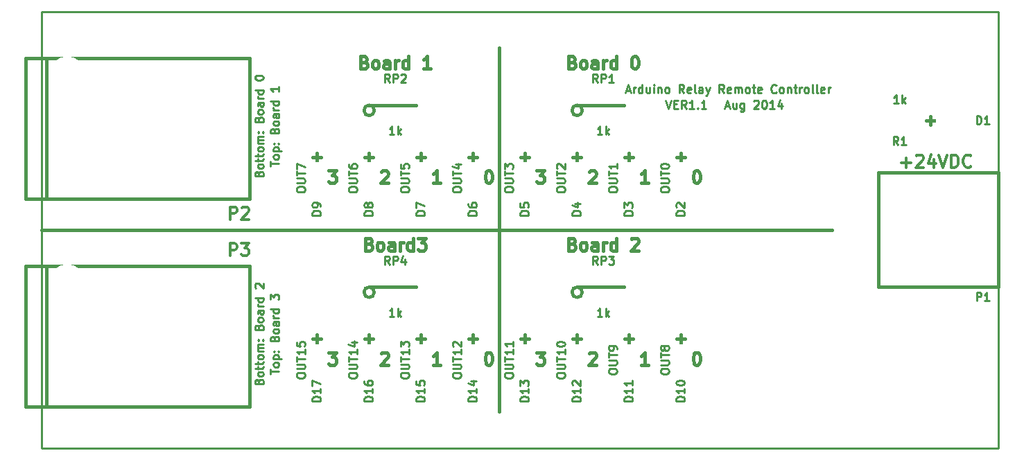
<source format=gto>
G04 (created by PCBNEW (2013-jul-07)-stable) date Thu 07 Aug 2014 10:44:51 AM EDT*
%MOIN*%
G04 Gerber Fmt 3.4, Leading zero omitted, Abs format*
%FSLAX34Y34*%
G01*
G70*
G90*
G04 APERTURE LIST*
%ADD10C,0.00590551*%
%ADD11C,0.01*%
%ADD12C,0.015*%
%ADD13C,0.009*%
%ADD14C,0.005*%
%ADD15C,0.012*%
%ADD16C,0.175*%
%ADD17O,0.08X0.12*%
%ADD18C,0.08*%
%ADD19C,0.096*%
%ADD20C,0.16*%
%ADD21C,0.18*%
%ADD22R,0.07X0.12*%
%ADD23R,0.036X0.049*%
%ADD24C,0.17*%
%ADD25R,0.067X0.067*%
G04 APERTURE END LIST*
G54D10*
G54D11*
X54511Y-47933D02*
X54511Y-47704D01*
X54911Y-47819D02*
X54511Y-47819D01*
X54911Y-47514D02*
X54892Y-47552D01*
X54873Y-47571D01*
X54835Y-47590D01*
X54721Y-47590D01*
X54683Y-47571D01*
X54664Y-47552D01*
X54645Y-47514D01*
X54645Y-47457D01*
X54664Y-47419D01*
X54683Y-47400D01*
X54721Y-47380D01*
X54835Y-47380D01*
X54873Y-47400D01*
X54892Y-47419D01*
X54911Y-47457D01*
X54911Y-47514D01*
X54645Y-47209D02*
X55045Y-47209D01*
X54664Y-47209D02*
X54645Y-47171D01*
X54645Y-47095D01*
X54664Y-47057D01*
X54683Y-47038D01*
X54721Y-47019D01*
X54835Y-47019D01*
X54873Y-47038D01*
X54892Y-47057D01*
X54911Y-47095D01*
X54911Y-47171D01*
X54892Y-47209D01*
X54873Y-46847D02*
X54892Y-46828D01*
X54911Y-46847D01*
X54892Y-46866D01*
X54873Y-46847D01*
X54911Y-46847D01*
X54664Y-46847D02*
X54683Y-46828D01*
X54702Y-46847D01*
X54683Y-46866D01*
X54664Y-46847D01*
X54702Y-46847D01*
X54702Y-46219D02*
X54721Y-46161D01*
X54740Y-46142D01*
X54778Y-46123D01*
X54835Y-46123D01*
X54873Y-46142D01*
X54892Y-46161D01*
X54911Y-46200D01*
X54911Y-46352D01*
X54511Y-46352D01*
X54511Y-46219D01*
X54530Y-46180D01*
X54550Y-46161D01*
X54588Y-46142D01*
X54626Y-46142D01*
X54664Y-46161D01*
X54683Y-46180D01*
X54702Y-46219D01*
X54702Y-46352D01*
X54911Y-45895D02*
X54892Y-45933D01*
X54873Y-45952D01*
X54835Y-45971D01*
X54721Y-45971D01*
X54683Y-45952D01*
X54664Y-45933D01*
X54645Y-45895D01*
X54645Y-45838D01*
X54664Y-45800D01*
X54683Y-45780D01*
X54721Y-45761D01*
X54835Y-45761D01*
X54873Y-45780D01*
X54892Y-45800D01*
X54911Y-45838D01*
X54911Y-45895D01*
X54911Y-45419D02*
X54702Y-45419D01*
X54664Y-45438D01*
X54645Y-45476D01*
X54645Y-45552D01*
X54664Y-45590D01*
X54892Y-45419D02*
X54911Y-45457D01*
X54911Y-45552D01*
X54892Y-45590D01*
X54854Y-45609D01*
X54816Y-45609D01*
X54778Y-45590D01*
X54759Y-45552D01*
X54759Y-45457D01*
X54740Y-45419D01*
X54911Y-45228D02*
X54645Y-45228D01*
X54721Y-45228D02*
X54683Y-45209D01*
X54664Y-45190D01*
X54645Y-45152D01*
X54645Y-45114D01*
X54911Y-44809D02*
X54511Y-44809D01*
X54892Y-44809D02*
X54911Y-44847D01*
X54911Y-44923D01*
X54892Y-44961D01*
X54873Y-44980D01*
X54835Y-45000D01*
X54721Y-45000D01*
X54683Y-44980D01*
X54664Y-44961D01*
X54645Y-44923D01*
X54645Y-44847D01*
X54664Y-44809D01*
X54511Y-44352D02*
X54511Y-44104D01*
X54664Y-44238D01*
X54664Y-44180D01*
X54683Y-44142D01*
X54702Y-44123D01*
X54740Y-44104D01*
X54835Y-44104D01*
X54873Y-44123D01*
X54892Y-44142D01*
X54911Y-44180D01*
X54911Y-44295D01*
X54892Y-44333D01*
X54873Y-44352D01*
X53952Y-48285D02*
X53971Y-48228D01*
X53990Y-48209D01*
X54028Y-48190D01*
X54085Y-48190D01*
X54123Y-48209D01*
X54142Y-48228D01*
X54161Y-48266D01*
X54161Y-48419D01*
X53761Y-48419D01*
X53761Y-48285D01*
X53780Y-48247D01*
X53800Y-48228D01*
X53838Y-48209D01*
X53876Y-48209D01*
X53914Y-48228D01*
X53933Y-48247D01*
X53952Y-48285D01*
X53952Y-48419D01*
X54161Y-47961D02*
X54142Y-47999D01*
X54123Y-48019D01*
X54085Y-48038D01*
X53971Y-48038D01*
X53933Y-48019D01*
X53914Y-47999D01*
X53895Y-47961D01*
X53895Y-47904D01*
X53914Y-47866D01*
X53933Y-47847D01*
X53971Y-47828D01*
X54085Y-47828D01*
X54123Y-47847D01*
X54142Y-47866D01*
X54161Y-47904D01*
X54161Y-47961D01*
X53895Y-47714D02*
X53895Y-47561D01*
X53761Y-47657D02*
X54104Y-47657D01*
X54142Y-47638D01*
X54161Y-47599D01*
X54161Y-47561D01*
X53895Y-47485D02*
X53895Y-47333D01*
X53761Y-47428D02*
X54104Y-47428D01*
X54142Y-47409D01*
X54161Y-47371D01*
X54161Y-47333D01*
X54161Y-47142D02*
X54142Y-47180D01*
X54123Y-47200D01*
X54085Y-47219D01*
X53971Y-47219D01*
X53933Y-47200D01*
X53914Y-47180D01*
X53895Y-47142D01*
X53895Y-47085D01*
X53914Y-47047D01*
X53933Y-47028D01*
X53971Y-47009D01*
X54085Y-47009D01*
X54123Y-47028D01*
X54142Y-47047D01*
X54161Y-47085D01*
X54161Y-47142D01*
X54161Y-46838D02*
X53895Y-46838D01*
X53933Y-46838D02*
X53914Y-46819D01*
X53895Y-46780D01*
X53895Y-46723D01*
X53914Y-46685D01*
X53952Y-46666D01*
X54161Y-46666D01*
X53952Y-46666D02*
X53914Y-46647D01*
X53895Y-46609D01*
X53895Y-46552D01*
X53914Y-46514D01*
X53952Y-46495D01*
X54161Y-46495D01*
X54123Y-46304D02*
X54142Y-46285D01*
X54161Y-46304D01*
X54142Y-46323D01*
X54123Y-46304D01*
X54161Y-46304D01*
X53914Y-46304D02*
X53933Y-46285D01*
X53952Y-46304D01*
X53933Y-46323D01*
X53914Y-46304D01*
X53952Y-46304D01*
X53952Y-45676D02*
X53971Y-45619D01*
X53990Y-45600D01*
X54028Y-45580D01*
X54085Y-45580D01*
X54123Y-45600D01*
X54142Y-45619D01*
X54161Y-45657D01*
X54161Y-45809D01*
X53761Y-45809D01*
X53761Y-45676D01*
X53780Y-45638D01*
X53800Y-45619D01*
X53838Y-45600D01*
X53876Y-45600D01*
X53914Y-45619D01*
X53933Y-45638D01*
X53952Y-45676D01*
X53952Y-45809D01*
X54161Y-45352D02*
X54142Y-45390D01*
X54123Y-45409D01*
X54085Y-45428D01*
X53971Y-45428D01*
X53933Y-45409D01*
X53914Y-45390D01*
X53895Y-45352D01*
X53895Y-45295D01*
X53914Y-45257D01*
X53933Y-45238D01*
X53971Y-45219D01*
X54085Y-45219D01*
X54123Y-45238D01*
X54142Y-45257D01*
X54161Y-45295D01*
X54161Y-45352D01*
X54161Y-44876D02*
X53952Y-44876D01*
X53914Y-44895D01*
X53895Y-44933D01*
X53895Y-45009D01*
X53914Y-45047D01*
X54142Y-44876D02*
X54161Y-44914D01*
X54161Y-45009D01*
X54142Y-45047D01*
X54104Y-45066D01*
X54066Y-45066D01*
X54028Y-45047D01*
X54009Y-45009D01*
X54009Y-44914D01*
X53990Y-44876D01*
X54161Y-44685D02*
X53895Y-44685D01*
X53971Y-44685D02*
X53933Y-44666D01*
X53914Y-44647D01*
X53895Y-44609D01*
X53895Y-44571D01*
X54161Y-44266D02*
X53761Y-44266D01*
X54142Y-44266D02*
X54161Y-44304D01*
X54161Y-44380D01*
X54142Y-44419D01*
X54123Y-44438D01*
X54085Y-44457D01*
X53971Y-44457D01*
X53933Y-44438D01*
X53914Y-44419D01*
X53895Y-44380D01*
X53895Y-44304D01*
X53914Y-44266D01*
X53800Y-43790D02*
X53780Y-43771D01*
X53761Y-43733D01*
X53761Y-43638D01*
X53780Y-43600D01*
X53800Y-43580D01*
X53838Y-43561D01*
X53876Y-43561D01*
X53933Y-43580D01*
X54161Y-43809D01*
X54161Y-43561D01*
X54511Y-37933D02*
X54511Y-37704D01*
X54911Y-37819D02*
X54511Y-37819D01*
X54911Y-37514D02*
X54892Y-37552D01*
X54873Y-37571D01*
X54835Y-37590D01*
X54721Y-37590D01*
X54683Y-37571D01*
X54664Y-37552D01*
X54645Y-37514D01*
X54645Y-37457D01*
X54664Y-37419D01*
X54683Y-37400D01*
X54721Y-37380D01*
X54835Y-37380D01*
X54873Y-37400D01*
X54892Y-37419D01*
X54911Y-37457D01*
X54911Y-37514D01*
X54645Y-37209D02*
X55045Y-37209D01*
X54664Y-37209D02*
X54645Y-37171D01*
X54645Y-37095D01*
X54664Y-37057D01*
X54683Y-37038D01*
X54721Y-37019D01*
X54835Y-37019D01*
X54873Y-37038D01*
X54892Y-37057D01*
X54911Y-37095D01*
X54911Y-37171D01*
X54892Y-37209D01*
X54873Y-36847D02*
X54892Y-36828D01*
X54911Y-36847D01*
X54892Y-36866D01*
X54873Y-36847D01*
X54911Y-36847D01*
X54664Y-36847D02*
X54683Y-36828D01*
X54702Y-36847D01*
X54683Y-36866D01*
X54664Y-36847D01*
X54702Y-36847D01*
X54702Y-36219D02*
X54721Y-36161D01*
X54740Y-36142D01*
X54778Y-36123D01*
X54835Y-36123D01*
X54873Y-36142D01*
X54892Y-36161D01*
X54911Y-36200D01*
X54911Y-36352D01*
X54511Y-36352D01*
X54511Y-36219D01*
X54530Y-36180D01*
X54550Y-36161D01*
X54588Y-36142D01*
X54626Y-36142D01*
X54664Y-36161D01*
X54683Y-36180D01*
X54702Y-36219D01*
X54702Y-36352D01*
X54911Y-35895D02*
X54892Y-35933D01*
X54873Y-35952D01*
X54835Y-35971D01*
X54721Y-35971D01*
X54683Y-35952D01*
X54664Y-35933D01*
X54645Y-35895D01*
X54645Y-35838D01*
X54664Y-35800D01*
X54683Y-35780D01*
X54721Y-35761D01*
X54835Y-35761D01*
X54873Y-35780D01*
X54892Y-35800D01*
X54911Y-35838D01*
X54911Y-35895D01*
X54911Y-35419D02*
X54702Y-35419D01*
X54664Y-35438D01*
X54645Y-35476D01*
X54645Y-35552D01*
X54664Y-35590D01*
X54892Y-35419D02*
X54911Y-35457D01*
X54911Y-35552D01*
X54892Y-35590D01*
X54854Y-35609D01*
X54816Y-35609D01*
X54778Y-35590D01*
X54759Y-35552D01*
X54759Y-35457D01*
X54740Y-35419D01*
X54911Y-35228D02*
X54645Y-35228D01*
X54721Y-35228D02*
X54683Y-35209D01*
X54664Y-35190D01*
X54645Y-35152D01*
X54645Y-35114D01*
X54911Y-34809D02*
X54511Y-34809D01*
X54892Y-34809D02*
X54911Y-34847D01*
X54911Y-34923D01*
X54892Y-34961D01*
X54873Y-34980D01*
X54835Y-35000D01*
X54721Y-35000D01*
X54683Y-34980D01*
X54664Y-34961D01*
X54645Y-34923D01*
X54645Y-34847D01*
X54664Y-34809D01*
X54911Y-34104D02*
X54911Y-34333D01*
X54911Y-34219D02*
X54511Y-34219D01*
X54569Y-34257D01*
X54607Y-34295D01*
X54626Y-34333D01*
X53952Y-38285D02*
X53971Y-38228D01*
X53990Y-38209D01*
X54028Y-38190D01*
X54085Y-38190D01*
X54123Y-38209D01*
X54142Y-38228D01*
X54161Y-38266D01*
X54161Y-38419D01*
X53761Y-38419D01*
X53761Y-38285D01*
X53780Y-38247D01*
X53800Y-38228D01*
X53838Y-38209D01*
X53876Y-38209D01*
X53914Y-38228D01*
X53933Y-38247D01*
X53952Y-38285D01*
X53952Y-38419D01*
X54161Y-37961D02*
X54142Y-37999D01*
X54123Y-38019D01*
X54085Y-38038D01*
X53971Y-38038D01*
X53933Y-38019D01*
X53914Y-37999D01*
X53895Y-37961D01*
X53895Y-37904D01*
X53914Y-37866D01*
X53933Y-37847D01*
X53971Y-37828D01*
X54085Y-37828D01*
X54123Y-37847D01*
X54142Y-37866D01*
X54161Y-37904D01*
X54161Y-37961D01*
X53895Y-37714D02*
X53895Y-37561D01*
X53761Y-37657D02*
X54104Y-37657D01*
X54142Y-37638D01*
X54161Y-37599D01*
X54161Y-37561D01*
X53895Y-37485D02*
X53895Y-37333D01*
X53761Y-37428D02*
X54104Y-37428D01*
X54142Y-37409D01*
X54161Y-37371D01*
X54161Y-37333D01*
X54161Y-37142D02*
X54142Y-37180D01*
X54123Y-37200D01*
X54085Y-37219D01*
X53971Y-37219D01*
X53933Y-37200D01*
X53914Y-37180D01*
X53895Y-37142D01*
X53895Y-37085D01*
X53914Y-37047D01*
X53933Y-37028D01*
X53971Y-37009D01*
X54085Y-37009D01*
X54123Y-37028D01*
X54142Y-37047D01*
X54161Y-37085D01*
X54161Y-37142D01*
X54161Y-36838D02*
X53895Y-36838D01*
X53933Y-36838D02*
X53914Y-36819D01*
X53895Y-36780D01*
X53895Y-36723D01*
X53914Y-36685D01*
X53952Y-36666D01*
X54161Y-36666D01*
X53952Y-36666D02*
X53914Y-36647D01*
X53895Y-36609D01*
X53895Y-36552D01*
X53914Y-36514D01*
X53952Y-36495D01*
X54161Y-36495D01*
X54123Y-36304D02*
X54142Y-36285D01*
X54161Y-36304D01*
X54142Y-36323D01*
X54123Y-36304D01*
X54161Y-36304D01*
X53914Y-36304D02*
X53933Y-36285D01*
X53952Y-36304D01*
X53933Y-36323D01*
X53914Y-36304D01*
X53952Y-36304D01*
X53952Y-35676D02*
X53971Y-35619D01*
X53990Y-35600D01*
X54028Y-35580D01*
X54085Y-35580D01*
X54123Y-35600D01*
X54142Y-35619D01*
X54161Y-35657D01*
X54161Y-35809D01*
X53761Y-35809D01*
X53761Y-35676D01*
X53780Y-35638D01*
X53800Y-35619D01*
X53838Y-35600D01*
X53876Y-35600D01*
X53914Y-35619D01*
X53933Y-35638D01*
X53952Y-35676D01*
X53952Y-35809D01*
X54161Y-35352D02*
X54142Y-35390D01*
X54123Y-35409D01*
X54085Y-35428D01*
X53971Y-35428D01*
X53933Y-35409D01*
X53914Y-35390D01*
X53895Y-35352D01*
X53895Y-35295D01*
X53914Y-35257D01*
X53933Y-35238D01*
X53971Y-35219D01*
X54085Y-35219D01*
X54123Y-35238D01*
X54142Y-35257D01*
X54161Y-35295D01*
X54161Y-35352D01*
X54161Y-34876D02*
X53952Y-34876D01*
X53914Y-34895D01*
X53895Y-34933D01*
X53895Y-35009D01*
X53914Y-35047D01*
X54142Y-34876D02*
X54161Y-34914D01*
X54161Y-35009D01*
X54142Y-35047D01*
X54104Y-35066D01*
X54066Y-35066D01*
X54028Y-35047D01*
X54009Y-35009D01*
X54009Y-34914D01*
X53990Y-34876D01*
X54161Y-34685D02*
X53895Y-34685D01*
X53971Y-34685D02*
X53933Y-34666D01*
X53914Y-34647D01*
X53895Y-34609D01*
X53895Y-34571D01*
X54161Y-34266D02*
X53761Y-34266D01*
X54142Y-34266D02*
X54161Y-34304D01*
X54161Y-34380D01*
X54142Y-34419D01*
X54123Y-34438D01*
X54085Y-34457D01*
X53971Y-34457D01*
X53933Y-34438D01*
X53914Y-34419D01*
X53895Y-34380D01*
X53895Y-34304D01*
X53914Y-34266D01*
X53761Y-33695D02*
X53761Y-33657D01*
X53780Y-33619D01*
X53800Y-33600D01*
X53838Y-33580D01*
X53914Y-33561D01*
X54009Y-33561D01*
X54085Y-33580D01*
X54123Y-33600D01*
X54142Y-33619D01*
X54161Y-33657D01*
X54161Y-33695D01*
X54142Y-33733D01*
X54123Y-33752D01*
X54085Y-33771D01*
X54009Y-33790D01*
X53914Y-33790D01*
X53838Y-33771D01*
X53800Y-33752D01*
X53780Y-33733D01*
X53761Y-33695D01*
G54D12*
X57300Y-46892D02*
X57671Y-46892D01*
X57471Y-47121D01*
X57557Y-47121D01*
X57614Y-47150D01*
X57642Y-47178D01*
X57671Y-47235D01*
X57671Y-47378D01*
X57642Y-47435D01*
X57614Y-47464D01*
X57557Y-47492D01*
X57385Y-47492D01*
X57328Y-47464D01*
X57300Y-47435D01*
X57300Y-38142D02*
X57671Y-38142D01*
X57471Y-38371D01*
X57557Y-38371D01*
X57614Y-38400D01*
X57642Y-38428D01*
X57671Y-38485D01*
X57671Y-38628D01*
X57642Y-38685D01*
X57614Y-38714D01*
X57557Y-38742D01*
X57385Y-38742D01*
X57328Y-38714D01*
X57300Y-38685D01*
X67300Y-46892D02*
X67671Y-46892D01*
X67471Y-47121D01*
X67557Y-47121D01*
X67614Y-47150D01*
X67642Y-47178D01*
X67671Y-47235D01*
X67671Y-47378D01*
X67642Y-47435D01*
X67614Y-47464D01*
X67557Y-47492D01*
X67385Y-47492D01*
X67328Y-47464D01*
X67300Y-47435D01*
X59828Y-46950D02*
X59857Y-46921D01*
X59914Y-46892D01*
X60057Y-46892D01*
X60114Y-46921D01*
X60142Y-46950D01*
X60171Y-47007D01*
X60171Y-47064D01*
X60142Y-47150D01*
X59800Y-47492D01*
X60171Y-47492D01*
X59828Y-38200D02*
X59857Y-38171D01*
X59914Y-38142D01*
X60057Y-38142D01*
X60114Y-38171D01*
X60142Y-38200D01*
X60171Y-38257D01*
X60171Y-38314D01*
X60142Y-38400D01*
X59800Y-38742D01*
X60171Y-38742D01*
X69828Y-46950D02*
X69857Y-46921D01*
X69914Y-46892D01*
X70057Y-46892D01*
X70114Y-46921D01*
X70142Y-46950D01*
X70171Y-47007D01*
X70171Y-47064D01*
X70142Y-47150D01*
X69800Y-47492D01*
X70171Y-47492D01*
X62671Y-47492D02*
X62328Y-47492D01*
X62500Y-47492D02*
X62500Y-46892D01*
X62442Y-46978D01*
X62385Y-47035D01*
X62328Y-47064D01*
X62671Y-38742D02*
X62328Y-38742D01*
X62500Y-38742D02*
X62500Y-38142D01*
X62442Y-38228D01*
X62385Y-38285D01*
X62328Y-38314D01*
X72671Y-47492D02*
X72328Y-47492D01*
X72500Y-47492D02*
X72500Y-46892D01*
X72442Y-46978D01*
X72385Y-47035D01*
X72328Y-47064D01*
X64971Y-46892D02*
X65028Y-46892D01*
X65085Y-46921D01*
X65114Y-46950D01*
X65142Y-47007D01*
X65171Y-47121D01*
X65171Y-47264D01*
X65142Y-47378D01*
X65114Y-47435D01*
X65085Y-47464D01*
X65028Y-47492D01*
X64971Y-47492D01*
X64914Y-47464D01*
X64885Y-47435D01*
X64857Y-47378D01*
X64828Y-47264D01*
X64828Y-47121D01*
X64857Y-47007D01*
X64885Y-46950D01*
X64914Y-46921D01*
X64971Y-46892D01*
X64971Y-38142D02*
X65028Y-38142D01*
X65085Y-38171D01*
X65114Y-38200D01*
X65142Y-38257D01*
X65171Y-38371D01*
X65171Y-38514D01*
X65142Y-38628D01*
X65114Y-38685D01*
X65085Y-38714D01*
X65028Y-38742D01*
X64971Y-38742D01*
X64914Y-38714D01*
X64885Y-38685D01*
X64857Y-38628D01*
X64828Y-38514D01*
X64828Y-38371D01*
X64857Y-38257D01*
X64885Y-38200D01*
X64914Y-38171D01*
X64971Y-38142D01*
X74971Y-46892D02*
X75028Y-46892D01*
X75085Y-46921D01*
X75114Y-46950D01*
X75142Y-47007D01*
X75171Y-47121D01*
X75171Y-47264D01*
X75142Y-47378D01*
X75114Y-47435D01*
X75085Y-47464D01*
X75028Y-47492D01*
X74971Y-47492D01*
X74914Y-47464D01*
X74885Y-47435D01*
X74857Y-47378D01*
X74828Y-47264D01*
X74828Y-47121D01*
X74857Y-47007D01*
X74885Y-46950D01*
X74914Y-46921D01*
X74971Y-46892D01*
X67300Y-38142D02*
X67671Y-38142D01*
X67471Y-38371D01*
X67557Y-38371D01*
X67614Y-38400D01*
X67642Y-38428D01*
X67671Y-38485D01*
X67671Y-38628D01*
X67642Y-38685D01*
X67614Y-38714D01*
X67557Y-38742D01*
X67385Y-38742D01*
X67328Y-38714D01*
X67300Y-38685D01*
X69828Y-38200D02*
X69857Y-38171D01*
X69914Y-38142D01*
X70057Y-38142D01*
X70114Y-38171D01*
X70142Y-38200D01*
X70171Y-38257D01*
X70171Y-38314D01*
X70142Y-38400D01*
X69800Y-38742D01*
X70171Y-38742D01*
X72671Y-38742D02*
X72328Y-38742D01*
X72500Y-38742D02*
X72500Y-38142D01*
X72442Y-38228D01*
X72385Y-38285D01*
X72328Y-38314D01*
X74971Y-38142D02*
X75028Y-38142D01*
X75085Y-38171D01*
X75114Y-38200D01*
X75142Y-38257D01*
X75171Y-38371D01*
X75171Y-38514D01*
X75142Y-38628D01*
X75114Y-38685D01*
X75085Y-38714D01*
X75028Y-38742D01*
X74971Y-38742D01*
X74914Y-38714D01*
X74885Y-38685D01*
X74857Y-38628D01*
X74828Y-38514D01*
X74828Y-38371D01*
X74857Y-38257D01*
X74885Y-38200D01*
X74914Y-38171D01*
X74971Y-38142D01*
X59257Y-41678D02*
X59342Y-41707D01*
X59371Y-41735D01*
X59400Y-41792D01*
X59400Y-41878D01*
X59371Y-41935D01*
X59342Y-41964D01*
X59285Y-41992D01*
X59057Y-41992D01*
X59057Y-41392D01*
X59257Y-41392D01*
X59314Y-41421D01*
X59342Y-41450D01*
X59371Y-41507D01*
X59371Y-41564D01*
X59342Y-41621D01*
X59314Y-41650D01*
X59257Y-41678D01*
X59057Y-41678D01*
X59742Y-41992D02*
X59685Y-41964D01*
X59657Y-41935D01*
X59628Y-41878D01*
X59628Y-41707D01*
X59657Y-41650D01*
X59685Y-41621D01*
X59742Y-41592D01*
X59828Y-41592D01*
X59885Y-41621D01*
X59914Y-41650D01*
X59942Y-41707D01*
X59942Y-41878D01*
X59914Y-41935D01*
X59885Y-41964D01*
X59828Y-41992D01*
X59742Y-41992D01*
X60457Y-41992D02*
X60457Y-41678D01*
X60428Y-41621D01*
X60371Y-41592D01*
X60257Y-41592D01*
X60200Y-41621D01*
X60457Y-41964D02*
X60400Y-41992D01*
X60257Y-41992D01*
X60200Y-41964D01*
X60171Y-41907D01*
X60171Y-41850D01*
X60200Y-41792D01*
X60257Y-41764D01*
X60400Y-41764D01*
X60457Y-41735D01*
X60742Y-41992D02*
X60742Y-41592D01*
X60742Y-41707D02*
X60771Y-41650D01*
X60800Y-41621D01*
X60857Y-41592D01*
X60914Y-41592D01*
X61371Y-41992D02*
X61371Y-41392D01*
X61371Y-41964D02*
X61314Y-41992D01*
X61200Y-41992D01*
X61142Y-41964D01*
X61114Y-41935D01*
X61085Y-41878D01*
X61085Y-41707D01*
X61114Y-41650D01*
X61142Y-41621D01*
X61200Y-41592D01*
X61314Y-41592D01*
X61371Y-41621D01*
X61600Y-41392D02*
X61971Y-41392D01*
X61771Y-41621D01*
X61857Y-41621D01*
X61914Y-41650D01*
X61942Y-41678D01*
X61971Y-41735D01*
X61971Y-41878D01*
X61942Y-41935D01*
X61914Y-41964D01*
X61857Y-41992D01*
X61685Y-41992D01*
X61628Y-41964D01*
X61600Y-41935D01*
X69028Y-41678D02*
X69114Y-41707D01*
X69142Y-41735D01*
X69171Y-41792D01*
X69171Y-41878D01*
X69142Y-41935D01*
X69114Y-41964D01*
X69057Y-41992D01*
X68828Y-41992D01*
X68828Y-41392D01*
X69028Y-41392D01*
X69085Y-41421D01*
X69114Y-41450D01*
X69142Y-41507D01*
X69142Y-41564D01*
X69114Y-41621D01*
X69085Y-41650D01*
X69028Y-41678D01*
X68828Y-41678D01*
X69514Y-41992D02*
X69457Y-41964D01*
X69428Y-41935D01*
X69400Y-41878D01*
X69400Y-41707D01*
X69428Y-41650D01*
X69457Y-41621D01*
X69514Y-41592D01*
X69600Y-41592D01*
X69657Y-41621D01*
X69685Y-41650D01*
X69714Y-41707D01*
X69714Y-41878D01*
X69685Y-41935D01*
X69657Y-41964D01*
X69600Y-41992D01*
X69514Y-41992D01*
X70228Y-41992D02*
X70228Y-41678D01*
X70200Y-41621D01*
X70142Y-41592D01*
X70028Y-41592D01*
X69971Y-41621D01*
X70228Y-41964D02*
X70171Y-41992D01*
X70028Y-41992D01*
X69971Y-41964D01*
X69942Y-41907D01*
X69942Y-41850D01*
X69971Y-41792D01*
X70028Y-41764D01*
X70171Y-41764D01*
X70228Y-41735D01*
X70514Y-41992D02*
X70514Y-41592D01*
X70514Y-41707D02*
X70542Y-41650D01*
X70571Y-41621D01*
X70628Y-41592D01*
X70685Y-41592D01*
X71142Y-41992D02*
X71142Y-41392D01*
X71142Y-41964D02*
X71085Y-41992D01*
X70971Y-41992D01*
X70914Y-41964D01*
X70885Y-41935D01*
X70857Y-41878D01*
X70857Y-41707D01*
X70885Y-41650D01*
X70914Y-41621D01*
X70971Y-41592D01*
X71085Y-41592D01*
X71142Y-41621D01*
X71857Y-41450D02*
X71885Y-41421D01*
X71942Y-41392D01*
X72085Y-41392D01*
X72142Y-41421D01*
X72171Y-41450D01*
X72200Y-41507D01*
X72200Y-41564D01*
X72171Y-41650D01*
X71828Y-41992D01*
X72200Y-41992D01*
X59028Y-32928D02*
X59114Y-32957D01*
X59142Y-32985D01*
X59171Y-33042D01*
X59171Y-33128D01*
X59142Y-33185D01*
X59114Y-33214D01*
X59057Y-33242D01*
X58828Y-33242D01*
X58828Y-32642D01*
X59028Y-32642D01*
X59085Y-32671D01*
X59114Y-32700D01*
X59142Y-32757D01*
X59142Y-32814D01*
X59114Y-32871D01*
X59085Y-32900D01*
X59028Y-32928D01*
X58828Y-32928D01*
X59514Y-33242D02*
X59457Y-33214D01*
X59428Y-33185D01*
X59400Y-33128D01*
X59400Y-32957D01*
X59428Y-32900D01*
X59457Y-32871D01*
X59514Y-32842D01*
X59600Y-32842D01*
X59657Y-32871D01*
X59685Y-32900D01*
X59714Y-32957D01*
X59714Y-33128D01*
X59685Y-33185D01*
X59657Y-33214D01*
X59600Y-33242D01*
X59514Y-33242D01*
X60228Y-33242D02*
X60228Y-32928D01*
X60200Y-32871D01*
X60142Y-32842D01*
X60028Y-32842D01*
X59971Y-32871D01*
X60228Y-33214D02*
X60171Y-33242D01*
X60028Y-33242D01*
X59971Y-33214D01*
X59942Y-33157D01*
X59942Y-33100D01*
X59971Y-33042D01*
X60028Y-33014D01*
X60171Y-33014D01*
X60228Y-32985D01*
X60514Y-33242D02*
X60514Y-32842D01*
X60514Y-32957D02*
X60542Y-32900D01*
X60571Y-32871D01*
X60628Y-32842D01*
X60685Y-32842D01*
X61142Y-33242D02*
X61142Y-32642D01*
X61142Y-33214D02*
X61085Y-33242D01*
X60971Y-33242D01*
X60914Y-33214D01*
X60885Y-33185D01*
X60857Y-33128D01*
X60857Y-32957D01*
X60885Y-32900D01*
X60914Y-32871D01*
X60971Y-32842D01*
X61085Y-32842D01*
X61142Y-32871D01*
X62200Y-33242D02*
X61857Y-33242D01*
X62028Y-33242D02*
X62028Y-32642D01*
X61971Y-32728D01*
X61914Y-32785D01*
X61857Y-32814D01*
X69028Y-32928D02*
X69114Y-32957D01*
X69142Y-32985D01*
X69171Y-33042D01*
X69171Y-33128D01*
X69142Y-33185D01*
X69114Y-33214D01*
X69057Y-33242D01*
X68828Y-33242D01*
X68828Y-32642D01*
X69028Y-32642D01*
X69085Y-32671D01*
X69114Y-32700D01*
X69142Y-32757D01*
X69142Y-32814D01*
X69114Y-32871D01*
X69085Y-32900D01*
X69028Y-32928D01*
X68828Y-32928D01*
X69514Y-33242D02*
X69457Y-33214D01*
X69428Y-33185D01*
X69400Y-33128D01*
X69400Y-32957D01*
X69428Y-32900D01*
X69457Y-32871D01*
X69514Y-32842D01*
X69600Y-32842D01*
X69657Y-32871D01*
X69685Y-32900D01*
X69714Y-32957D01*
X69714Y-33128D01*
X69685Y-33185D01*
X69657Y-33214D01*
X69600Y-33242D01*
X69514Y-33242D01*
X70228Y-33242D02*
X70228Y-32928D01*
X70200Y-32871D01*
X70142Y-32842D01*
X70028Y-32842D01*
X69971Y-32871D01*
X70228Y-33214D02*
X70171Y-33242D01*
X70028Y-33242D01*
X69971Y-33214D01*
X69942Y-33157D01*
X69942Y-33100D01*
X69971Y-33042D01*
X70028Y-33014D01*
X70171Y-33014D01*
X70228Y-32985D01*
X70514Y-33242D02*
X70514Y-32842D01*
X70514Y-32957D02*
X70542Y-32900D01*
X70571Y-32871D01*
X70628Y-32842D01*
X70685Y-32842D01*
X71142Y-33242D02*
X71142Y-32642D01*
X71142Y-33214D02*
X71085Y-33242D01*
X70971Y-33242D01*
X70914Y-33214D01*
X70885Y-33185D01*
X70857Y-33128D01*
X70857Y-32957D01*
X70885Y-32900D01*
X70914Y-32871D01*
X70971Y-32842D01*
X71085Y-32842D01*
X71142Y-32871D01*
X72000Y-32642D02*
X72057Y-32642D01*
X72114Y-32671D01*
X72142Y-32700D01*
X72171Y-32757D01*
X72200Y-32871D01*
X72200Y-33014D01*
X72171Y-33128D01*
X72142Y-33185D01*
X72114Y-33214D01*
X72057Y-33242D01*
X72000Y-33242D01*
X71942Y-33214D01*
X71914Y-33185D01*
X71885Y-33128D01*
X71857Y-33014D01*
X71857Y-32871D01*
X71885Y-32757D01*
X71914Y-32700D01*
X71942Y-32671D01*
X72000Y-32642D01*
X65500Y-32250D02*
X65500Y-49750D01*
X43500Y-41000D02*
X81500Y-41000D01*
G54D13*
X89500Y-51500D02*
X43500Y-51500D01*
X43500Y-30500D02*
X89500Y-30500D01*
X43500Y-30500D02*
X43500Y-51500D01*
G54D11*
X71604Y-34297D02*
X71795Y-34297D01*
X71566Y-34411D02*
X71700Y-34011D01*
X71833Y-34411D01*
X71966Y-34411D02*
X71966Y-34145D01*
X71966Y-34221D02*
X71985Y-34183D01*
X72004Y-34164D01*
X72042Y-34145D01*
X72080Y-34145D01*
X72385Y-34411D02*
X72385Y-34011D01*
X72385Y-34392D02*
X72347Y-34411D01*
X72271Y-34411D01*
X72233Y-34392D01*
X72214Y-34373D01*
X72195Y-34335D01*
X72195Y-34221D01*
X72214Y-34183D01*
X72233Y-34164D01*
X72271Y-34145D01*
X72347Y-34145D01*
X72385Y-34164D01*
X72747Y-34145D02*
X72747Y-34411D01*
X72576Y-34145D02*
X72576Y-34354D01*
X72595Y-34392D01*
X72633Y-34411D01*
X72690Y-34411D01*
X72728Y-34392D01*
X72747Y-34373D01*
X72938Y-34411D02*
X72938Y-34145D01*
X72938Y-34011D02*
X72919Y-34030D01*
X72938Y-34050D01*
X72957Y-34030D01*
X72938Y-34011D01*
X72938Y-34050D01*
X73128Y-34145D02*
X73128Y-34411D01*
X73128Y-34183D02*
X73147Y-34164D01*
X73185Y-34145D01*
X73242Y-34145D01*
X73280Y-34164D01*
X73300Y-34202D01*
X73300Y-34411D01*
X73547Y-34411D02*
X73509Y-34392D01*
X73490Y-34373D01*
X73471Y-34335D01*
X73471Y-34221D01*
X73490Y-34183D01*
X73509Y-34164D01*
X73547Y-34145D01*
X73604Y-34145D01*
X73642Y-34164D01*
X73661Y-34183D01*
X73680Y-34221D01*
X73680Y-34335D01*
X73661Y-34373D01*
X73642Y-34392D01*
X73604Y-34411D01*
X73547Y-34411D01*
X74385Y-34411D02*
X74252Y-34221D01*
X74157Y-34411D02*
X74157Y-34011D01*
X74309Y-34011D01*
X74347Y-34030D01*
X74366Y-34050D01*
X74385Y-34088D01*
X74385Y-34145D01*
X74366Y-34183D01*
X74347Y-34202D01*
X74309Y-34221D01*
X74157Y-34221D01*
X74709Y-34392D02*
X74671Y-34411D01*
X74595Y-34411D01*
X74557Y-34392D01*
X74538Y-34354D01*
X74538Y-34202D01*
X74557Y-34164D01*
X74595Y-34145D01*
X74671Y-34145D01*
X74709Y-34164D01*
X74728Y-34202D01*
X74728Y-34240D01*
X74538Y-34278D01*
X74957Y-34411D02*
X74919Y-34392D01*
X74900Y-34354D01*
X74900Y-34011D01*
X75280Y-34411D02*
X75280Y-34202D01*
X75261Y-34164D01*
X75223Y-34145D01*
X75147Y-34145D01*
X75109Y-34164D01*
X75280Y-34392D02*
X75242Y-34411D01*
X75147Y-34411D01*
X75109Y-34392D01*
X75090Y-34354D01*
X75090Y-34316D01*
X75109Y-34278D01*
X75147Y-34259D01*
X75242Y-34259D01*
X75280Y-34240D01*
X75433Y-34145D02*
X75528Y-34411D01*
X75623Y-34145D02*
X75528Y-34411D01*
X75490Y-34507D01*
X75471Y-34526D01*
X75433Y-34545D01*
X76309Y-34411D02*
X76176Y-34221D01*
X76080Y-34411D02*
X76080Y-34011D01*
X76233Y-34011D01*
X76271Y-34030D01*
X76290Y-34050D01*
X76309Y-34088D01*
X76309Y-34145D01*
X76290Y-34183D01*
X76271Y-34202D01*
X76233Y-34221D01*
X76080Y-34221D01*
X76633Y-34392D02*
X76595Y-34411D01*
X76519Y-34411D01*
X76480Y-34392D01*
X76461Y-34354D01*
X76461Y-34202D01*
X76480Y-34164D01*
X76519Y-34145D01*
X76595Y-34145D01*
X76633Y-34164D01*
X76652Y-34202D01*
X76652Y-34240D01*
X76461Y-34278D01*
X76823Y-34411D02*
X76823Y-34145D01*
X76823Y-34183D02*
X76842Y-34164D01*
X76880Y-34145D01*
X76938Y-34145D01*
X76976Y-34164D01*
X76995Y-34202D01*
X76995Y-34411D01*
X76995Y-34202D02*
X77014Y-34164D01*
X77052Y-34145D01*
X77109Y-34145D01*
X77147Y-34164D01*
X77166Y-34202D01*
X77166Y-34411D01*
X77414Y-34411D02*
X77376Y-34392D01*
X77357Y-34373D01*
X77338Y-34335D01*
X77338Y-34221D01*
X77357Y-34183D01*
X77376Y-34164D01*
X77414Y-34145D01*
X77471Y-34145D01*
X77509Y-34164D01*
X77528Y-34183D01*
X77547Y-34221D01*
X77547Y-34335D01*
X77528Y-34373D01*
X77509Y-34392D01*
X77471Y-34411D01*
X77414Y-34411D01*
X77661Y-34145D02*
X77814Y-34145D01*
X77719Y-34011D02*
X77719Y-34354D01*
X77738Y-34392D01*
X77776Y-34411D01*
X77814Y-34411D01*
X78100Y-34392D02*
X78061Y-34411D01*
X77985Y-34411D01*
X77947Y-34392D01*
X77928Y-34354D01*
X77928Y-34202D01*
X77947Y-34164D01*
X77985Y-34145D01*
X78061Y-34145D01*
X78100Y-34164D01*
X78119Y-34202D01*
X78119Y-34240D01*
X77928Y-34278D01*
X78823Y-34373D02*
X78804Y-34392D01*
X78747Y-34411D01*
X78709Y-34411D01*
X78652Y-34392D01*
X78614Y-34354D01*
X78595Y-34316D01*
X78576Y-34240D01*
X78576Y-34183D01*
X78595Y-34107D01*
X78614Y-34069D01*
X78652Y-34030D01*
X78709Y-34011D01*
X78747Y-34011D01*
X78804Y-34030D01*
X78823Y-34050D01*
X79052Y-34411D02*
X79014Y-34392D01*
X78995Y-34373D01*
X78976Y-34335D01*
X78976Y-34221D01*
X78995Y-34183D01*
X79014Y-34164D01*
X79052Y-34145D01*
X79109Y-34145D01*
X79147Y-34164D01*
X79166Y-34183D01*
X79185Y-34221D01*
X79185Y-34335D01*
X79166Y-34373D01*
X79147Y-34392D01*
X79109Y-34411D01*
X79052Y-34411D01*
X79357Y-34145D02*
X79357Y-34411D01*
X79357Y-34183D02*
X79376Y-34164D01*
X79414Y-34145D01*
X79471Y-34145D01*
X79509Y-34164D01*
X79528Y-34202D01*
X79528Y-34411D01*
X79661Y-34145D02*
X79814Y-34145D01*
X79719Y-34011D02*
X79719Y-34354D01*
X79738Y-34392D01*
X79776Y-34411D01*
X79814Y-34411D01*
X79947Y-34411D02*
X79947Y-34145D01*
X79947Y-34221D02*
X79966Y-34183D01*
X79985Y-34164D01*
X80023Y-34145D01*
X80061Y-34145D01*
X80252Y-34411D02*
X80214Y-34392D01*
X80195Y-34373D01*
X80176Y-34335D01*
X80176Y-34221D01*
X80195Y-34183D01*
X80214Y-34164D01*
X80252Y-34145D01*
X80309Y-34145D01*
X80347Y-34164D01*
X80366Y-34183D01*
X80385Y-34221D01*
X80385Y-34335D01*
X80366Y-34373D01*
X80347Y-34392D01*
X80309Y-34411D01*
X80252Y-34411D01*
X80614Y-34411D02*
X80576Y-34392D01*
X80557Y-34354D01*
X80557Y-34011D01*
X80823Y-34411D02*
X80785Y-34392D01*
X80766Y-34354D01*
X80766Y-34011D01*
X81128Y-34392D02*
X81090Y-34411D01*
X81014Y-34411D01*
X80976Y-34392D01*
X80957Y-34354D01*
X80957Y-34202D01*
X80976Y-34164D01*
X81014Y-34145D01*
X81090Y-34145D01*
X81128Y-34164D01*
X81147Y-34202D01*
X81147Y-34240D01*
X80957Y-34278D01*
X81319Y-34411D02*
X81319Y-34145D01*
X81319Y-34221D02*
X81338Y-34183D01*
X81357Y-34164D01*
X81395Y-34145D01*
X81433Y-34145D01*
X76378Y-35047D02*
X76569Y-35047D01*
X76340Y-35161D02*
X76473Y-34761D01*
X76607Y-35161D01*
X76911Y-34895D02*
X76911Y-35161D01*
X76740Y-34895D02*
X76740Y-35104D01*
X76759Y-35142D01*
X76797Y-35161D01*
X76854Y-35161D01*
X76892Y-35142D01*
X76911Y-35123D01*
X77273Y-34895D02*
X77273Y-35219D01*
X77254Y-35257D01*
X77235Y-35276D01*
X77197Y-35295D01*
X77140Y-35295D01*
X77102Y-35276D01*
X77273Y-35142D02*
X77235Y-35161D01*
X77159Y-35161D01*
X77121Y-35142D01*
X77102Y-35123D01*
X77083Y-35085D01*
X77083Y-34971D01*
X77102Y-34933D01*
X77121Y-34914D01*
X77159Y-34895D01*
X77235Y-34895D01*
X77273Y-34914D01*
X77750Y-34800D02*
X77769Y-34780D01*
X77807Y-34761D01*
X77902Y-34761D01*
X77940Y-34780D01*
X77959Y-34800D01*
X77978Y-34838D01*
X77978Y-34876D01*
X77959Y-34933D01*
X77730Y-35161D01*
X77978Y-35161D01*
X78226Y-34761D02*
X78264Y-34761D01*
X78302Y-34780D01*
X78321Y-34800D01*
X78340Y-34838D01*
X78359Y-34914D01*
X78359Y-35009D01*
X78340Y-35085D01*
X78321Y-35123D01*
X78302Y-35142D01*
X78264Y-35161D01*
X78226Y-35161D01*
X78188Y-35142D01*
X78169Y-35123D01*
X78150Y-35085D01*
X78130Y-35009D01*
X78130Y-34914D01*
X78150Y-34838D01*
X78169Y-34800D01*
X78188Y-34780D01*
X78226Y-34761D01*
X78740Y-35161D02*
X78511Y-35161D01*
X78626Y-35161D02*
X78626Y-34761D01*
X78588Y-34819D01*
X78550Y-34857D01*
X78511Y-34876D01*
X79083Y-34895D02*
X79083Y-35161D01*
X78988Y-34742D02*
X78892Y-35028D01*
X79140Y-35028D01*
X73509Y-34761D02*
X73642Y-35161D01*
X73776Y-34761D01*
X73909Y-34952D02*
X74042Y-34952D01*
X74100Y-35161D02*
X73909Y-35161D01*
X73909Y-34761D01*
X74100Y-34761D01*
X74500Y-35161D02*
X74366Y-34971D01*
X74271Y-35161D02*
X74271Y-34761D01*
X74423Y-34761D01*
X74461Y-34780D01*
X74480Y-34800D01*
X74500Y-34838D01*
X74500Y-34895D01*
X74480Y-34933D01*
X74461Y-34952D01*
X74423Y-34971D01*
X74271Y-34971D01*
X74880Y-35161D02*
X74652Y-35161D01*
X74766Y-35161D02*
X74766Y-34761D01*
X74728Y-34819D01*
X74690Y-34857D01*
X74652Y-34876D01*
X75052Y-35123D02*
X75071Y-35142D01*
X75052Y-35161D01*
X75033Y-35142D01*
X75052Y-35123D01*
X75052Y-35161D01*
X75452Y-35161D02*
X75223Y-35161D01*
X75338Y-35161D02*
X75338Y-34761D01*
X75300Y-34819D01*
X75261Y-34857D01*
X75223Y-34876D01*
G54D13*
X89500Y-51500D02*
X89500Y-30500D01*
G54D12*
X89500Y-38250D02*
X89500Y-43750D01*
X89500Y-43750D02*
X83750Y-43750D01*
X83750Y-43750D02*
X83750Y-38250D01*
X83750Y-38250D02*
X89500Y-38250D01*
G54D14*
X84450Y-35200D02*
X83850Y-35200D01*
X83850Y-35200D02*
X83850Y-36300D01*
X83850Y-36300D02*
X84450Y-36300D01*
X85050Y-36300D02*
X85650Y-36300D01*
X85650Y-36300D02*
X85650Y-35200D01*
X85650Y-35200D02*
X85050Y-35200D01*
G54D12*
X59250Y-35000D02*
X61500Y-35000D01*
X59500Y-35250D02*
G75*
G03X59500Y-35250I-250J0D01*
G74*
G01*
X69250Y-43750D02*
X71500Y-43750D01*
X69500Y-44000D02*
G75*
G03X69500Y-44000I-250J0D01*
G74*
G01*
X59250Y-43750D02*
X61500Y-43750D01*
X59500Y-44000D02*
G75*
G03X59500Y-44000I-250J0D01*
G74*
G01*
X43750Y-39500D02*
X43750Y-32750D01*
X42750Y-39500D02*
X42750Y-32750D01*
X42750Y-32750D02*
X53500Y-32750D01*
X53500Y-32750D02*
X53500Y-39500D01*
X53500Y-39500D02*
X42750Y-39500D01*
X43750Y-49500D02*
X43750Y-42750D01*
X42750Y-49500D02*
X42750Y-42750D01*
X42750Y-42750D02*
X53500Y-42750D01*
X53500Y-42750D02*
X53500Y-49500D01*
X53500Y-49500D02*
X42750Y-49500D01*
X69250Y-35000D02*
X71500Y-35000D01*
X69500Y-35250D02*
G75*
G03X69500Y-35250I-250J0D01*
G74*
G01*
X56550Y-37500D02*
X56950Y-37500D01*
X56750Y-37700D02*
X56750Y-37300D01*
X56550Y-46250D02*
X56950Y-46250D01*
X56750Y-46450D02*
X56750Y-46050D01*
X59050Y-46250D02*
X59450Y-46250D01*
X59250Y-46450D02*
X59250Y-46050D01*
X61550Y-46250D02*
X61950Y-46250D01*
X61750Y-46450D02*
X61750Y-46050D01*
X64050Y-46250D02*
X64450Y-46250D01*
X64250Y-46450D02*
X64250Y-46050D01*
X66550Y-46250D02*
X66950Y-46250D01*
X66750Y-46450D02*
X66750Y-46050D01*
X69050Y-46250D02*
X69450Y-46250D01*
X69250Y-46450D02*
X69250Y-46050D01*
X71550Y-46250D02*
X71950Y-46250D01*
X71750Y-46450D02*
X71750Y-46050D01*
X74050Y-46250D02*
X74450Y-46250D01*
X74250Y-46450D02*
X74250Y-46050D01*
X61550Y-37500D02*
X61950Y-37500D01*
X61750Y-37700D02*
X61750Y-37300D01*
X64050Y-37500D02*
X64450Y-37500D01*
X64250Y-37700D02*
X64250Y-37300D01*
X66550Y-37500D02*
X66950Y-37500D01*
X66750Y-37700D02*
X66750Y-37300D01*
X69050Y-37500D02*
X69450Y-37500D01*
X69250Y-37700D02*
X69250Y-37300D01*
X59050Y-37500D02*
X59450Y-37500D01*
X59250Y-37700D02*
X59250Y-37300D01*
X74050Y-37500D02*
X74450Y-37500D01*
X74250Y-37700D02*
X74250Y-37300D01*
X86250Y-35950D02*
X86250Y-35550D01*
X86450Y-35750D02*
X86050Y-35750D01*
X71550Y-37500D02*
X71950Y-37500D01*
X71750Y-37700D02*
X71750Y-37300D01*
G54D11*
X88454Y-44411D02*
X88454Y-44011D01*
X88607Y-44011D01*
X88645Y-44030D01*
X88664Y-44050D01*
X88683Y-44088D01*
X88683Y-44145D01*
X88664Y-44183D01*
X88645Y-44202D01*
X88607Y-44221D01*
X88454Y-44221D01*
X89064Y-44411D02*
X88835Y-44411D01*
X88950Y-44411D02*
X88950Y-44011D01*
X88911Y-44069D01*
X88873Y-44107D01*
X88835Y-44126D01*
G54D15*
X84842Y-37764D02*
X85300Y-37764D01*
X85071Y-37992D02*
X85071Y-37535D01*
X85557Y-37450D02*
X85585Y-37421D01*
X85642Y-37392D01*
X85785Y-37392D01*
X85842Y-37421D01*
X85871Y-37450D01*
X85900Y-37507D01*
X85900Y-37564D01*
X85871Y-37650D01*
X85528Y-37992D01*
X85900Y-37992D01*
X86414Y-37592D02*
X86414Y-37992D01*
X86271Y-37364D02*
X86128Y-37792D01*
X86500Y-37792D01*
X86642Y-37392D02*
X86842Y-37992D01*
X87042Y-37392D01*
X87242Y-37992D02*
X87242Y-37392D01*
X87385Y-37392D01*
X87471Y-37421D01*
X87528Y-37478D01*
X87557Y-37535D01*
X87585Y-37650D01*
X87585Y-37735D01*
X87557Y-37850D01*
X87528Y-37907D01*
X87471Y-37964D01*
X87385Y-37992D01*
X87242Y-37992D01*
X88185Y-37935D02*
X88157Y-37964D01*
X88071Y-37992D01*
X88014Y-37992D01*
X87928Y-37964D01*
X87871Y-37907D01*
X87842Y-37850D01*
X87814Y-37735D01*
X87814Y-37650D01*
X87842Y-37535D01*
X87871Y-37478D01*
X87928Y-37421D01*
X88014Y-37392D01*
X88071Y-37392D01*
X88157Y-37421D01*
X88185Y-37450D01*
G54D11*
X84683Y-36911D02*
X84550Y-36721D01*
X84454Y-36911D02*
X84454Y-36511D01*
X84607Y-36511D01*
X84645Y-36530D01*
X84664Y-36550D01*
X84683Y-36588D01*
X84683Y-36645D01*
X84664Y-36683D01*
X84645Y-36702D01*
X84607Y-36721D01*
X84454Y-36721D01*
X85064Y-36911D02*
X84835Y-36911D01*
X84950Y-36911D02*
X84950Y-36511D01*
X84911Y-36569D01*
X84873Y-36607D01*
X84835Y-36626D01*
X84702Y-34911D02*
X84473Y-34911D01*
X84588Y-34911D02*
X84588Y-34511D01*
X84550Y-34569D01*
X84511Y-34607D01*
X84473Y-34626D01*
X84873Y-34911D02*
X84873Y-34511D01*
X84911Y-34759D02*
X85026Y-34911D01*
X85026Y-34645D02*
X84873Y-34797D01*
X60233Y-33911D02*
X60100Y-33721D01*
X60004Y-33911D02*
X60004Y-33511D01*
X60157Y-33511D01*
X60195Y-33530D01*
X60214Y-33550D01*
X60233Y-33588D01*
X60233Y-33645D01*
X60214Y-33683D01*
X60195Y-33702D01*
X60157Y-33721D01*
X60004Y-33721D01*
X60404Y-33911D02*
X60404Y-33511D01*
X60557Y-33511D01*
X60595Y-33530D01*
X60614Y-33550D01*
X60633Y-33588D01*
X60633Y-33645D01*
X60614Y-33683D01*
X60595Y-33702D01*
X60557Y-33721D01*
X60404Y-33721D01*
X60785Y-33550D02*
X60804Y-33530D01*
X60842Y-33511D01*
X60938Y-33511D01*
X60976Y-33530D01*
X60995Y-33550D01*
X61014Y-33588D01*
X61014Y-33626D01*
X60995Y-33683D01*
X60766Y-33911D01*
X61014Y-33911D01*
X60452Y-36411D02*
X60223Y-36411D01*
X60338Y-36411D02*
X60338Y-36011D01*
X60300Y-36069D01*
X60261Y-36107D01*
X60223Y-36126D01*
X60623Y-36411D02*
X60623Y-36011D01*
X60661Y-36259D02*
X60776Y-36411D01*
X60776Y-36145D02*
X60623Y-36297D01*
X70233Y-42661D02*
X70100Y-42471D01*
X70004Y-42661D02*
X70004Y-42261D01*
X70157Y-42261D01*
X70195Y-42280D01*
X70214Y-42300D01*
X70233Y-42338D01*
X70233Y-42395D01*
X70214Y-42433D01*
X70195Y-42452D01*
X70157Y-42471D01*
X70004Y-42471D01*
X70404Y-42661D02*
X70404Y-42261D01*
X70557Y-42261D01*
X70595Y-42280D01*
X70614Y-42300D01*
X70633Y-42338D01*
X70633Y-42395D01*
X70614Y-42433D01*
X70595Y-42452D01*
X70557Y-42471D01*
X70404Y-42471D01*
X70766Y-42261D02*
X71014Y-42261D01*
X70880Y-42414D01*
X70938Y-42414D01*
X70976Y-42433D01*
X70995Y-42452D01*
X71014Y-42490D01*
X71014Y-42585D01*
X70995Y-42623D01*
X70976Y-42642D01*
X70938Y-42661D01*
X70823Y-42661D01*
X70785Y-42642D01*
X70766Y-42623D01*
X70452Y-45161D02*
X70223Y-45161D01*
X70338Y-45161D02*
X70338Y-44761D01*
X70300Y-44819D01*
X70261Y-44857D01*
X70223Y-44876D01*
X70623Y-45161D02*
X70623Y-44761D01*
X70661Y-45009D02*
X70776Y-45161D01*
X70776Y-44895D02*
X70623Y-45047D01*
X60233Y-42661D02*
X60100Y-42471D01*
X60004Y-42661D02*
X60004Y-42261D01*
X60157Y-42261D01*
X60195Y-42280D01*
X60214Y-42300D01*
X60233Y-42338D01*
X60233Y-42395D01*
X60214Y-42433D01*
X60195Y-42452D01*
X60157Y-42471D01*
X60004Y-42471D01*
X60404Y-42661D02*
X60404Y-42261D01*
X60557Y-42261D01*
X60595Y-42280D01*
X60614Y-42300D01*
X60633Y-42338D01*
X60633Y-42395D01*
X60614Y-42433D01*
X60595Y-42452D01*
X60557Y-42471D01*
X60404Y-42471D01*
X60976Y-42395D02*
X60976Y-42661D01*
X60880Y-42242D02*
X60785Y-42528D01*
X61033Y-42528D01*
X60452Y-45161D02*
X60223Y-45161D01*
X60338Y-45161D02*
X60338Y-44761D01*
X60300Y-44819D01*
X60261Y-44857D01*
X60223Y-44876D01*
X60623Y-45161D02*
X60623Y-44761D01*
X60661Y-45009D02*
X60776Y-45161D01*
X60776Y-44895D02*
X60623Y-45047D01*
G54D15*
X52557Y-40492D02*
X52557Y-39892D01*
X52785Y-39892D01*
X52842Y-39921D01*
X52871Y-39950D01*
X52900Y-40007D01*
X52900Y-40092D01*
X52871Y-40150D01*
X52842Y-40178D01*
X52785Y-40207D01*
X52557Y-40207D01*
X53128Y-39950D02*
X53157Y-39921D01*
X53214Y-39892D01*
X53357Y-39892D01*
X53414Y-39921D01*
X53442Y-39950D01*
X53471Y-40007D01*
X53471Y-40064D01*
X53442Y-40150D01*
X53100Y-40492D01*
X53471Y-40492D01*
X52557Y-42242D02*
X52557Y-41642D01*
X52785Y-41642D01*
X52842Y-41671D01*
X52871Y-41700D01*
X52900Y-41757D01*
X52900Y-41842D01*
X52871Y-41900D01*
X52842Y-41928D01*
X52785Y-41957D01*
X52557Y-41957D01*
X53100Y-41642D02*
X53471Y-41642D01*
X53271Y-41871D01*
X53357Y-41871D01*
X53414Y-41900D01*
X53442Y-41928D01*
X53471Y-41985D01*
X53471Y-42128D01*
X53442Y-42185D01*
X53414Y-42214D01*
X53357Y-42242D01*
X53185Y-42242D01*
X53128Y-42214D01*
X53100Y-42185D01*
G54D11*
X70233Y-33911D02*
X70100Y-33721D01*
X70004Y-33911D02*
X70004Y-33511D01*
X70157Y-33511D01*
X70195Y-33530D01*
X70214Y-33550D01*
X70233Y-33588D01*
X70233Y-33645D01*
X70214Y-33683D01*
X70195Y-33702D01*
X70157Y-33721D01*
X70004Y-33721D01*
X70404Y-33911D02*
X70404Y-33511D01*
X70557Y-33511D01*
X70595Y-33530D01*
X70614Y-33550D01*
X70633Y-33588D01*
X70633Y-33645D01*
X70614Y-33683D01*
X70595Y-33702D01*
X70557Y-33721D01*
X70404Y-33721D01*
X71014Y-33911D02*
X70785Y-33911D01*
X70900Y-33911D02*
X70900Y-33511D01*
X70861Y-33569D01*
X70823Y-33607D01*
X70785Y-33626D01*
X70452Y-36411D02*
X70223Y-36411D01*
X70338Y-36411D02*
X70338Y-36011D01*
X70300Y-36069D01*
X70261Y-36107D01*
X70223Y-36126D01*
X70623Y-36411D02*
X70623Y-36011D01*
X70661Y-36259D02*
X70776Y-36411D01*
X70776Y-36145D02*
X70623Y-36297D01*
X56911Y-40295D02*
X56511Y-40295D01*
X56511Y-40199D01*
X56530Y-40142D01*
X56569Y-40104D01*
X56607Y-40085D01*
X56683Y-40066D01*
X56740Y-40066D01*
X56816Y-40085D01*
X56854Y-40104D01*
X56892Y-40142D01*
X56911Y-40199D01*
X56911Y-40295D01*
X56911Y-39876D02*
X56911Y-39799D01*
X56892Y-39761D01*
X56873Y-39742D01*
X56816Y-39704D01*
X56740Y-39685D01*
X56588Y-39685D01*
X56550Y-39704D01*
X56530Y-39723D01*
X56511Y-39761D01*
X56511Y-39838D01*
X56530Y-39876D01*
X56550Y-39895D01*
X56588Y-39914D01*
X56683Y-39914D01*
X56721Y-39895D01*
X56740Y-39876D01*
X56759Y-39838D01*
X56759Y-39761D01*
X56740Y-39723D01*
X56721Y-39704D01*
X56683Y-39685D01*
X55761Y-39090D02*
X55761Y-39014D01*
X55780Y-38976D01*
X55819Y-38938D01*
X55895Y-38919D01*
X56028Y-38919D01*
X56104Y-38938D01*
X56142Y-38976D01*
X56161Y-39014D01*
X56161Y-39090D01*
X56142Y-39128D01*
X56104Y-39166D01*
X56028Y-39185D01*
X55895Y-39185D01*
X55819Y-39166D01*
X55780Y-39128D01*
X55761Y-39090D01*
X55761Y-38747D02*
X56085Y-38747D01*
X56123Y-38728D01*
X56142Y-38709D01*
X56161Y-38671D01*
X56161Y-38595D01*
X56142Y-38557D01*
X56123Y-38538D01*
X56085Y-38519D01*
X55761Y-38519D01*
X55761Y-38385D02*
X55761Y-38157D01*
X56161Y-38271D02*
X55761Y-38271D01*
X55761Y-38061D02*
X55761Y-37795D01*
X56161Y-37966D01*
X56911Y-49235D02*
X56511Y-49235D01*
X56511Y-49140D01*
X56530Y-49083D01*
X56569Y-49045D01*
X56607Y-49026D01*
X56683Y-49007D01*
X56740Y-49007D01*
X56816Y-49026D01*
X56854Y-49045D01*
X56892Y-49083D01*
X56911Y-49140D01*
X56911Y-49235D01*
X56911Y-48626D02*
X56911Y-48854D01*
X56911Y-48740D02*
X56511Y-48740D01*
X56569Y-48778D01*
X56607Y-48816D01*
X56626Y-48854D01*
X56511Y-48492D02*
X56511Y-48226D01*
X56911Y-48397D01*
X55761Y-48030D02*
X55761Y-47954D01*
X55780Y-47916D01*
X55819Y-47878D01*
X55895Y-47859D01*
X56028Y-47859D01*
X56104Y-47878D01*
X56142Y-47916D01*
X56161Y-47954D01*
X56161Y-48030D01*
X56142Y-48069D01*
X56104Y-48107D01*
X56028Y-48126D01*
X55895Y-48126D01*
X55819Y-48107D01*
X55780Y-48069D01*
X55761Y-48030D01*
X55761Y-47688D02*
X56085Y-47688D01*
X56123Y-47669D01*
X56142Y-47649D01*
X56161Y-47611D01*
X56161Y-47535D01*
X56142Y-47497D01*
X56123Y-47478D01*
X56085Y-47459D01*
X55761Y-47459D01*
X55761Y-47326D02*
X55761Y-47097D01*
X56161Y-47211D02*
X55761Y-47211D01*
X56161Y-46754D02*
X56161Y-46983D01*
X56161Y-46869D02*
X55761Y-46869D01*
X55819Y-46907D01*
X55857Y-46945D01*
X55876Y-46983D01*
X55761Y-46392D02*
X55761Y-46583D01*
X55952Y-46602D01*
X55933Y-46583D01*
X55914Y-46545D01*
X55914Y-46450D01*
X55933Y-46411D01*
X55952Y-46392D01*
X55990Y-46373D01*
X56085Y-46373D01*
X56123Y-46392D01*
X56142Y-46411D01*
X56161Y-46450D01*
X56161Y-46545D01*
X56142Y-46583D01*
X56123Y-46602D01*
X59411Y-49235D02*
X59011Y-49235D01*
X59011Y-49140D01*
X59030Y-49083D01*
X59069Y-49045D01*
X59107Y-49026D01*
X59183Y-49007D01*
X59240Y-49007D01*
X59316Y-49026D01*
X59354Y-49045D01*
X59392Y-49083D01*
X59411Y-49140D01*
X59411Y-49235D01*
X59411Y-48626D02*
X59411Y-48854D01*
X59411Y-48740D02*
X59011Y-48740D01*
X59069Y-48778D01*
X59107Y-48816D01*
X59126Y-48854D01*
X59011Y-48283D02*
X59011Y-48359D01*
X59030Y-48397D01*
X59050Y-48416D01*
X59107Y-48454D01*
X59183Y-48473D01*
X59335Y-48473D01*
X59373Y-48454D01*
X59392Y-48435D01*
X59411Y-48397D01*
X59411Y-48321D01*
X59392Y-48283D01*
X59373Y-48264D01*
X59335Y-48245D01*
X59240Y-48245D01*
X59202Y-48264D01*
X59183Y-48283D01*
X59164Y-48321D01*
X59164Y-48397D01*
X59183Y-48435D01*
X59202Y-48454D01*
X59240Y-48473D01*
X58261Y-48030D02*
X58261Y-47954D01*
X58280Y-47916D01*
X58319Y-47878D01*
X58395Y-47859D01*
X58528Y-47859D01*
X58604Y-47878D01*
X58642Y-47916D01*
X58661Y-47954D01*
X58661Y-48030D01*
X58642Y-48069D01*
X58604Y-48107D01*
X58528Y-48126D01*
X58395Y-48126D01*
X58319Y-48107D01*
X58280Y-48069D01*
X58261Y-48030D01*
X58261Y-47688D02*
X58585Y-47688D01*
X58623Y-47669D01*
X58642Y-47649D01*
X58661Y-47611D01*
X58661Y-47535D01*
X58642Y-47497D01*
X58623Y-47478D01*
X58585Y-47459D01*
X58261Y-47459D01*
X58261Y-47326D02*
X58261Y-47097D01*
X58661Y-47211D02*
X58261Y-47211D01*
X58661Y-46754D02*
X58661Y-46983D01*
X58661Y-46869D02*
X58261Y-46869D01*
X58319Y-46907D01*
X58357Y-46945D01*
X58376Y-46983D01*
X58395Y-46411D02*
X58661Y-46411D01*
X58242Y-46507D02*
X58528Y-46602D01*
X58528Y-46354D01*
X61911Y-49235D02*
X61511Y-49235D01*
X61511Y-49140D01*
X61530Y-49083D01*
X61569Y-49045D01*
X61607Y-49026D01*
X61683Y-49007D01*
X61740Y-49007D01*
X61816Y-49026D01*
X61854Y-49045D01*
X61892Y-49083D01*
X61911Y-49140D01*
X61911Y-49235D01*
X61911Y-48626D02*
X61911Y-48854D01*
X61911Y-48740D02*
X61511Y-48740D01*
X61569Y-48778D01*
X61607Y-48816D01*
X61626Y-48854D01*
X61511Y-48264D02*
X61511Y-48454D01*
X61702Y-48473D01*
X61683Y-48454D01*
X61664Y-48416D01*
X61664Y-48321D01*
X61683Y-48283D01*
X61702Y-48264D01*
X61740Y-48245D01*
X61835Y-48245D01*
X61873Y-48264D01*
X61892Y-48283D01*
X61911Y-48321D01*
X61911Y-48416D01*
X61892Y-48454D01*
X61873Y-48473D01*
X60761Y-48030D02*
X60761Y-47954D01*
X60780Y-47916D01*
X60819Y-47878D01*
X60895Y-47859D01*
X61028Y-47859D01*
X61104Y-47878D01*
X61142Y-47916D01*
X61161Y-47954D01*
X61161Y-48030D01*
X61142Y-48069D01*
X61104Y-48107D01*
X61028Y-48126D01*
X60895Y-48126D01*
X60819Y-48107D01*
X60780Y-48069D01*
X60761Y-48030D01*
X60761Y-47688D02*
X61085Y-47688D01*
X61123Y-47669D01*
X61142Y-47649D01*
X61161Y-47611D01*
X61161Y-47535D01*
X61142Y-47497D01*
X61123Y-47478D01*
X61085Y-47459D01*
X60761Y-47459D01*
X60761Y-47326D02*
X60761Y-47097D01*
X61161Y-47211D02*
X60761Y-47211D01*
X61161Y-46754D02*
X61161Y-46983D01*
X61161Y-46869D02*
X60761Y-46869D01*
X60819Y-46907D01*
X60857Y-46945D01*
X60876Y-46983D01*
X60761Y-46621D02*
X60761Y-46373D01*
X60914Y-46507D01*
X60914Y-46450D01*
X60933Y-46411D01*
X60952Y-46392D01*
X60990Y-46373D01*
X61085Y-46373D01*
X61123Y-46392D01*
X61142Y-46411D01*
X61161Y-46450D01*
X61161Y-46564D01*
X61142Y-46602D01*
X61123Y-46621D01*
X64411Y-49235D02*
X64011Y-49235D01*
X64011Y-49140D01*
X64030Y-49083D01*
X64069Y-49045D01*
X64107Y-49026D01*
X64183Y-49007D01*
X64240Y-49007D01*
X64316Y-49026D01*
X64354Y-49045D01*
X64392Y-49083D01*
X64411Y-49140D01*
X64411Y-49235D01*
X64411Y-48626D02*
X64411Y-48854D01*
X64411Y-48740D02*
X64011Y-48740D01*
X64069Y-48778D01*
X64107Y-48816D01*
X64126Y-48854D01*
X64145Y-48283D02*
X64411Y-48283D01*
X63992Y-48378D02*
X64278Y-48473D01*
X64278Y-48226D01*
X63261Y-48030D02*
X63261Y-47954D01*
X63280Y-47916D01*
X63319Y-47878D01*
X63395Y-47859D01*
X63528Y-47859D01*
X63604Y-47878D01*
X63642Y-47916D01*
X63661Y-47954D01*
X63661Y-48030D01*
X63642Y-48069D01*
X63604Y-48107D01*
X63528Y-48126D01*
X63395Y-48126D01*
X63319Y-48107D01*
X63280Y-48069D01*
X63261Y-48030D01*
X63261Y-47688D02*
X63585Y-47688D01*
X63623Y-47669D01*
X63642Y-47649D01*
X63661Y-47611D01*
X63661Y-47535D01*
X63642Y-47497D01*
X63623Y-47478D01*
X63585Y-47459D01*
X63261Y-47459D01*
X63261Y-47326D02*
X63261Y-47097D01*
X63661Y-47211D02*
X63261Y-47211D01*
X63661Y-46754D02*
X63661Y-46983D01*
X63661Y-46869D02*
X63261Y-46869D01*
X63319Y-46907D01*
X63357Y-46945D01*
X63376Y-46983D01*
X63300Y-46602D02*
X63280Y-46583D01*
X63261Y-46545D01*
X63261Y-46450D01*
X63280Y-46411D01*
X63300Y-46392D01*
X63338Y-46373D01*
X63376Y-46373D01*
X63433Y-46392D01*
X63661Y-46621D01*
X63661Y-46373D01*
X66911Y-49235D02*
X66511Y-49235D01*
X66511Y-49140D01*
X66530Y-49083D01*
X66569Y-49045D01*
X66607Y-49026D01*
X66683Y-49007D01*
X66740Y-49007D01*
X66816Y-49026D01*
X66854Y-49045D01*
X66892Y-49083D01*
X66911Y-49140D01*
X66911Y-49235D01*
X66911Y-48626D02*
X66911Y-48854D01*
X66911Y-48740D02*
X66511Y-48740D01*
X66569Y-48778D01*
X66607Y-48816D01*
X66626Y-48854D01*
X66511Y-48492D02*
X66511Y-48245D01*
X66664Y-48378D01*
X66664Y-48321D01*
X66683Y-48283D01*
X66702Y-48264D01*
X66740Y-48245D01*
X66835Y-48245D01*
X66873Y-48264D01*
X66892Y-48283D01*
X66911Y-48321D01*
X66911Y-48435D01*
X66892Y-48473D01*
X66873Y-48492D01*
X65761Y-48030D02*
X65761Y-47954D01*
X65780Y-47916D01*
X65819Y-47878D01*
X65895Y-47859D01*
X66028Y-47859D01*
X66104Y-47878D01*
X66142Y-47916D01*
X66161Y-47954D01*
X66161Y-48030D01*
X66142Y-48069D01*
X66104Y-48107D01*
X66028Y-48126D01*
X65895Y-48126D01*
X65819Y-48107D01*
X65780Y-48069D01*
X65761Y-48030D01*
X65761Y-47688D02*
X66085Y-47688D01*
X66123Y-47669D01*
X66142Y-47649D01*
X66161Y-47611D01*
X66161Y-47535D01*
X66142Y-47497D01*
X66123Y-47478D01*
X66085Y-47459D01*
X65761Y-47459D01*
X65761Y-47326D02*
X65761Y-47097D01*
X66161Y-47211D02*
X65761Y-47211D01*
X66161Y-46754D02*
X66161Y-46983D01*
X66161Y-46869D02*
X65761Y-46869D01*
X65819Y-46907D01*
X65857Y-46945D01*
X65876Y-46983D01*
X66161Y-46373D02*
X66161Y-46602D01*
X66161Y-46488D02*
X65761Y-46488D01*
X65819Y-46526D01*
X65857Y-46564D01*
X65876Y-46602D01*
X69411Y-49235D02*
X69011Y-49235D01*
X69011Y-49140D01*
X69030Y-49083D01*
X69069Y-49045D01*
X69107Y-49026D01*
X69183Y-49007D01*
X69240Y-49007D01*
X69316Y-49026D01*
X69354Y-49045D01*
X69392Y-49083D01*
X69411Y-49140D01*
X69411Y-49235D01*
X69411Y-48626D02*
X69411Y-48854D01*
X69411Y-48740D02*
X69011Y-48740D01*
X69069Y-48778D01*
X69107Y-48816D01*
X69126Y-48854D01*
X69050Y-48473D02*
X69030Y-48454D01*
X69011Y-48416D01*
X69011Y-48321D01*
X69030Y-48283D01*
X69050Y-48264D01*
X69088Y-48245D01*
X69126Y-48245D01*
X69183Y-48264D01*
X69411Y-48492D01*
X69411Y-48245D01*
X68261Y-48030D02*
X68261Y-47954D01*
X68280Y-47916D01*
X68319Y-47878D01*
X68395Y-47859D01*
X68528Y-47859D01*
X68604Y-47878D01*
X68642Y-47916D01*
X68661Y-47954D01*
X68661Y-48030D01*
X68642Y-48069D01*
X68604Y-48107D01*
X68528Y-48126D01*
X68395Y-48126D01*
X68319Y-48107D01*
X68280Y-48069D01*
X68261Y-48030D01*
X68261Y-47688D02*
X68585Y-47688D01*
X68623Y-47669D01*
X68642Y-47649D01*
X68661Y-47611D01*
X68661Y-47535D01*
X68642Y-47497D01*
X68623Y-47478D01*
X68585Y-47459D01*
X68261Y-47459D01*
X68261Y-47326D02*
X68261Y-47097D01*
X68661Y-47211D02*
X68261Y-47211D01*
X68661Y-46754D02*
X68661Y-46983D01*
X68661Y-46869D02*
X68261Y-46869D01*
X68319Y-46907D01*
X68357Y-46945D01*
X68376Y-46983D01*
X68261Y-46507D02*
X68261Y-46469D01*
X68280Y-46430D01*
X68300Y-46411D01*
X68338Y-46392D01*
X68414Y-46373D01*
X68509Y-46373D01*
X68585Y-46392D01*
X68623Y-46411D01*
X68642Y-46430D01*
X68661Y-46469D01*
X68661Y-46507D01*
X68642Y-46545D01*
X68623Y-46564D01*
X68585Y-46583D01*
X68509Y-46602D01*
X68414Y-46602D01*
X68338Y-46583D01*
X68300Y-46564D01*
X68280Y-46545D01*
X68261Y-46507D01*
X71911Y-49235D02*
X71511Y-49235D01*
X71511Y-49140D01*
X71530Y-49083D01*
X71569Y-49045D01*
X71607Y-49026D01*
X71683Y-49007D01*
X71740Y-49007D01*
X71816Y-49026D01*
X71854Y-49045D01*
X71892Y-49083D01*
X71911Y-49140D01*
X71911Y-49235D01*
X71911Y-48626D02*
X71911Y-48854D01*
X71911Y-48740D02*
X71511Y-48740D01*
X71569Y-48778D01*
X71607Y-48816D01*
X71626Y-48854D01*
X71911Y-48245D02*
X71911Y-48473D01*
X71911Y-48359D02*
X71511Y-48359D01*
X71569Y-48397D01*
X71607Y-48435D01*
X71626Y-48473D01*
X70761Y-47840D02*
X70761Y-47764D01*
X70780Y-47726D01*
X70819Y-47688D01*
X70895Y-47669D01*
X71028Y-47669D01*
X71104Y-47688D01*
X71142Y-47726D01*
X71161Y-47764D01*
X71161Y-47840D01*
X71142Y-47878D01*
X71104Y-47916D01*
X71028Y-47935D01*
X70895Y-47935D01*
X70819Y-47916D01*
X70780Y-47878D01*
X70761Y-47840D01*
X70761Y-47497D02*
X71085Y-47497D01*
X71123Y-47478D01*
X71142Y-47459D01*
X71161Y-47421D01*
X71161Y-47345D01*
X71142Y-47307D01*
X71123Y-47288D01*
X71085Y-47269D01*
X70761Y-47269D01*
X70761Y-47135D02*
X70761Y-46907D01*
X71161Y-47021D02*
X70761Y-47021D01*
X71161Y-46754D02*
X71161Y-46678D01*
X71142Y-46640D01*
X71123Y-46621D01*
X71066Y-46583D01*
X70990Y-46564D01*
X70838Y-46564D01*
X70800Y-46583D01*
X70780Y-46602D01*
X70761Y-46640D01*
X70761Y-46716D01*
X70780Y-46754D01*
X70800Y-46773D01*
X70838Y-46792D01*
X70933Y-46792D01*
X70971Y-46773D01*
X70990Y-46754D01*
X71009Y-46716D01*
X71009Y-46640D01*
X70990Y-46602D01*
X70971Y-46583D01*
X70933Y-46564D01*
X74411Y-49235D02*
X74011Y-49235D01*
X74011Y-49140D01*
X74030Y-49083D01*
X74069Y-49045D01*
X74107Y-49026D01*
X74183Y-49007D01*
X74240Y-49007D01*
X74316Y-49026D01*
X74354Y-49045D01*
X74392Y-49083D01*
X74411Y-49140D01*
X74411Y-49235D01*
X74411Y-48626D02*
X74411Y-48854D01*
X74411Y-48740D02*
X74011Y-48740D01*
X74069Y-48778D01*
X74107Y-48816D01*
X74126Y-48854D01*
X74011Y-48378D02*
X74011Y-48340D01*
X74030Y-48302D01*
X74050Y-48283D01*
X74088Y-48264D01*
X74164Y-48245D01*
X74259Y-48245D01*
X74335Y-48264D01*
X74373Y-48283D01*
X74392Y-48302D01*
X74411Y-48340D01*
X74411Y-48378D01*
X74392Y-48416D01*
X74373Y-48435D01*
X74335Y-48454D01*
X74259Y-48473D01*
X74164Y-48473D01*
X74088Y-48454D01*
X74050Y-48435D01*
X74030Y-48416D01*
X74011Y-48378D01*
X73261Y-47840D02*
X73261Y-47764D01*
X73280Y-47726D01*
X73319Y-47688D01*
X73395Y-47669D01*
X73528Y-47669D01*
X73604Y-47688D01*
X73642Y-47726D01*
X73661Y-47764D01*
X73661Y-47840D01*
X73642Y-47878D01*
X73604Y-47916D01*
X73528Y-47935D01*
X73395Y-47935D01*
X73319Y-47916D01*
X73280Y-47878D01*
X73261Y-47840D01*
X73261Y-47497D02*
X73585Y-47497D01*
X73623Y-47478D01*
X73642Y-47459D01*
X73661Y-47421D01*
X73661Y-47345D01*
X73642Y-47307D01*
X73623Y-47288D01*
X73585Y-47269D01*
X73261Y-47269D01*
X73261Y-47135D02*
X73261Y-46907D01*
X73661Y-47021D02*
X73261Y-47021D01*
X73433Y-46716D02*
X73414Y-46754D01*
X73395Y-46773D01*
X73357Y-46792D01*
X73338Y-46792D01*
X73300Y-46773D01*
X73280Y-46754D01*
X73261Y-46716D01*
X73261Y-46640D01*
X73280Y-46602D01*
X73300Y-46583D01*
X73338Y-46564D01*
X73357Y-46564D01*
X73395Y-46583D01*
X73414Y-46602D01*
X73433Y-46640D01*
X73433Y-46716D01*
X73452Y-46754D01*
X73471Y-46773D01*
X73509Y-46792D01*
X73585Y-46792D01*
X73623Y-46773D01*
X73642Y-46754D01*
X73661Y-46716D01*
X73661Y-46640D01*
X73642Y-46602D01*
X73623Y-46583D01*
X73585Y-46564D01*
X73509Y-46564D01*
X73471Y-46583D01*
X73452Y-46602D01*
X73433Y-46640D01*
X61911Y-40295D02*
X61511Y-40295D01*
X61511Y-40199D01*
X61530Y-40142D01*
X61569Y-40104D01*
X61607Y-40085D01*
X61683Y-40066D01*
X61740Y-40066D01*
X61816Y-40085D01*
X61854Y-40104D01*
X61892Y-40142D01*
X61911Y-40199D01*
X61911Y-40295D01*
X61511Y-39933D02*
X61511Y-39666D01*
X61911Y-39838D01*
X60761Y-39090D02*
X60761Y-39014D01*
X60780Y-38976D01*
X60819Y-38938D01*
X60895Y-38919D01*
X61028Y-38919D01*
X61104Y-38938D01*
X61142Y-38976D01*
X61161Y-39014D01*
X61161Y-39090D01*
X61142Y-39128D01*
X61104Y-39166D01*
X61028Y-39185D01*
X60895Y-39185D01*
X60819Y-39166D01*
X60780Y-39128D01*
X60761Y-39090D01*
X60761Y-38747D02*
X61085Y-38747D01*
X61123Y-38728D01*
X61142Y-38709D01*
X61161Y-38671D01*
X61161Y-38595D01*
X61142Y-38557D01*
X61123Y-38538D01*
X61085Y-38519D01*
X60761Y-38519D01*
X60761Y-38385D02*
X60761Y-38157D01*
X61161Y-38271D02*
X60761Y-38271D01*
X60761Y-37833D02*
X60761Y-38023D01*
X60952Y-38042D01*
X60933Y-38023D01*
X60914Y-37985D01*
X60914Y-37890D01*
X60933Y-37852D01*
X60952Y-37833D01*
X60990Y-37814D01*
X61085Y-37814D01*
X61123Y-37833D01*
X61142Y-37852D01*
X61161Y-37890D01*
X61161Y-37985D01*
X61142Y-38023D01*
X61123Y-38042D01*
X64411Y-40295D02*
X64011Y-40295D01*
X64011Y-40199D01*
X64030Y-40142D01*
X64069Y-40104D01*
X64107Y-40085D01*
X64183Y-40066D01*
X64240Y-40066D01*
X64316Y-40085D01*
X64354Y-40104D01*
X64392Y-40142D01*
X64411Y-40199D01*
X64411Y-40295D01*
X64011Y-39723D02*
X64011Y-39799D01*
X64030Y-39838D01*
X64050Y-39857D01*
X64107Y-39895D01*
X64183Y-39914D01*
X64335Y-39914D01*
X64373Y-39895D01*
X64392Y-39876D01*
X64411Y-39838D01*
X64411Y-39761D01*
X64392Y-39723D01*
X64373Y-39704D01*
X64335Y-39685D01*
X64240Y-39685D01*
X64202Y-39704D01*
X64183Y-39723D01*
X64164Y-39761D01*
X64164Y-39838D01*
X64183Y-39876D01*
X64202Y-39895D01*
X64240Y-39914D01*
X63261Y-39090D02*
X63261Y-39014D01*
X63280Y-38976D01*
X63319Y-38938D01*
X63395Y-38919D01*
X63528Y-38919D01*
X63604Y-38938D01*
X63642Y-38976D01*
X63661Y-39014D01*
X63661Y-39090D01*
X63642Y-39128D01*
X63604Y-39166D01*
X63528Y-39185D01*
X63395Y-39185D01*
X63319Y-39166D01*
X63280Y-39128D01*
X63261Y-39090D01*
X63261Y-38747D02*
X63585Y-38747D01*
X63623Y-38728D01*
X63642Y-38709D01*
X63661Y-38671D01*
X63661Y-38595D01*
X63642Y-38557D01*
X63623Y-38538D01*
X63585Y-38519D01*
X63261Y-38519D01*
X63261Y-38385D02*
X63261Y-38157D01*
X63661Y-38271D02*
X63261Y-38271D01*
X63395Y-37852D02*
X63661Y-37852D01*
X63242Y-37947D02*
X63528Y-38042D01*
X63528Y-37795D01*
X66911Y-40295D02*
X66511Y-40295D01*
X66511Y-40199D01*
X66530Y-40142D01*
X66569Y-40104D01*
X66607Y-40085D01*
X66683Y-40066D01*
X66740Y-40066D01*
X66816Y-40085D01*
X66854Y-40104D01*
X66892Y-40142D01*
X66911Y-40199D01*
X66911Y-40295D01*
X66511Y-39704D02*
X66511Y-39895D01*
X66702Y-39914D01*
X66683Y-39895D01*
X66664Y-39857D01*
X66664Y-39761D01*
X66683Y-39723D01*
X66702Y-39704D01*
X66740Y-39685D01*
X66835Y-39685D01*
X66873Y-39704D01*
X66892Y-39723D01*
X66911Y-39761D01*
X66911Y-39857D01*
X66892Y-39895D01*
X66873Y-39914D01*
X65761Y-39090D02*
X65761Y-39014D01*
X65780Y-38976D01*
X65819Y-38938D01*
X65895Y-38919D01*
X66028Y-38919D01*
X66104Y-38938D01*
X66142Y-38976D01*
X66161Y-39014D01*
X66161Y-39090D01*
X66142Y-39128D01*
X66104Y-39166D01*
X66028Y-39185D01*
X65895Y-39185D01*
X65819Y-39166D01*
X65780Y-39128D01*
X65761Y-39090D01*
X65761Y-38747D02*
X66085Y-38747D01*
X66123Y-38728D01*
X66142Y-38709D01*
X66161Y-38671D01*
X66161Y-38595D01*
X66142Y-38557D01*
X66123Y-38538D01*
X66085Y-38519D01*
X65761Y-38519D01*
X65761Y-38385D02*
X65761Y-38157D01*
X66161Y-38271D02*
X65761Y-38271D01*
X65761Y-38061D02*
X65761Y-37814D01*
X65914Y-37947D01*
X65914Y-37890D01*
X65933Y-37852D01*
X65952Y-37833D01*
X65990Y-37814D01*
X66085Y-37814D01*
X66123Y-37833D01*
X66142Y-37852D01*
X66161Y-37890D01*
X66161Y-38004D01*
X66142Y-38042D01*
X66123Y-38061D01*
X69411Y-40295D02*
X69011Y-40295D01*
X69011Y-40199D01*
X69030Y-40142D01*
X69069Y-40104D01*
X69107Y-40085D01*
X69183Y-40066D01*
X69240Y-40066D01*
X69316Y-40085D01*
X69354Y-40104D01*
X69392Y-40142D01*
X69411Y-40199D01*
X69411Y-40295D01*
X69145Y-39723D02*
X69411Y-39723D01*
X68992Y-39819D02*
X69278Y-39914D01*
X69278Y-39666D01*
X68261Y-39090D02*
X68261Y-39014D01*
X68280Y-38976D01*
X68319Y-38938D01*
X68395Y-38919D01*
X68528Y-38919D01*
X68604Y-38938D01*
X68642Y-38976D01*
X68661Y-39014D01*
X68661Y-39090D01*
X68642Y-39128D01*
X68604Y-39166D01*
X68528Y-39185D01*
X68395Y-39185D01*
X68319Y-39166D01*
X68280Y-39128D01*
X68261Y-39090D01*
X68261Y-38747D02*
X68585Y-38747D01*
X68623Y-38728D01*
X68642Y-38709D01*
X68661Y-38671D01*
X68661Y-38595D01*
X68642Y-38557D01*
X68623Y-38538D01*
X68585Y-38519D01*
X68261Y-38519D01*
X68261Y-38385D02*
X68261Y-38157D01*
X68661Y-38271D02*
X68261Y-38271D01*
X68300Y-38042D02*
X68280Y-38023D01*
X68261Y-37985D01*
X68261Y-37890D01*
X68280Y-37852D01*
X68300Y-37833D01*
X68338Y-37814D01*
X68376Y-37814D01*
X68433Y-37833D01*
X68661Y-38061D01*
X68661Y-37814D01*
X59411Y-40295D02*
X59011Y-40295D01*
X59011Y-40199D01*
X59030Y-40142D01*
X59069Y-40104D01*
X59107Y-40085D01*
X59183Y-40066D01*
X59240Y-40066D01*
X59316Y-40085D01*
X59354Y-40104D01*
X59392Y-40142D01*
X59411Y-40199D01*
X59411Y-40295D01*
X59183Y-39838D02*
X59164Y-39876D01*
X59145Y-39895D01*
X59107Y-39914D01*
X59088Y-39914D01*
X59050Y-39895D01*
X59030Y-39876D01*
X59011Y-39838D01*
X59011Y-39761D01*
X59030Y-39723D01*
X59050Y-39704D01*
X59088Y-39685D01*
X59107Y-39685D01*
X59145Y-39704D01*
X59164Y-39723D01*
X59183Y-39761D01*
X59183Y-39838D01*
X59202Y-39876D01*
X59221Y-39895D01*
X59259Y-39914D01*
X59335Y-39914D01*
X59373Y-39895D01*
X59392Y-39876D01*
X59411Y-39838D01*
X59411Y-39761D01*
X59392Y-39723D01*
X59373Y-39704D01*
X59335Y-39685D01*
X59259Y-39685D01*
X59221Y-39704D01*
X59202Y-39723D01*
X59183Y-39761D01*
X58261Y-39090D02*
X58261Y-39014D01*
X58280Y-38976D01*
X58319Y-38938D01*
X58395Y-38919D01*
X58528Y-38919D01*
X58604Y-38938D01*
X58642Y-38976D01*
X58661Y-39014D01*
X58661Y-39090D01*
X58642Y-39128D01*
X58604Y-39166D01*
X58528Y-39185D01*
X58395Y-39185D01*
X58319Y-39166D01*
X58280Y-39128D01*
X58261Y-39090D01*
X58261Y-38747D02*
X58585Y-38747D01*
X58623Y-38728D01*
X58642Y-38709D01*
X58661Y-38671D01*
X58661Y-38595D01*
X58642Y-38557D01*
X58623Y-38538D01*
X58585Y-38519D01*
X58261Y-38519D01*
X58261Y-38385D02*
X58261Y-38157D01*
X58661Y-38271D02*
X58261Y-38271D01*
X58261Y-37852D02*
X58261Y-37928D01*
X58280Y-37966D01*
X58300Y-37985D01*
X58357Y-38023D01*
X58433Y-38042D01*
X58585Y-38042D01*
X58623Y-38023D01*
X58642Y-38004D01*
X58661Y-37966D01*
X58661Y-37890D01*
X58642Y-37852D01*
X58623Y-37833D01*
X58585Y-37814D01*
X58490Y-37814D01*
X58452Y-37833D01*
X58433Y-37852D01*
X58414Y-37890D01*
X58414Y-37966D01*
X58433Y-38004D01*
X58452Y-38023D01*
X58490Y-38042D01*
X74411Y-40295D02*
X74011Y-40295D01*
X74011Y-40199D01*
X74030Y-40142D01*
X74069Y-40104D01*
X74107Y-40085D01*
X74183Y-40066D01*
X74240Y-40066D01*
X74316Y-40085D01*
X74354Y-40104D01*
X74392Y-40142D01*
X74411Y-40199D01*
X74411Y-40295D01*
X74050Y-39914D02*
X74030Y-39895D01*
X74011Y-39857D01*
X74011Y-39761D01*
X74030Y-39723D01*
X74050Y-39704D01*
X74088Y-39685D01*
X74126Y-39685D01*
X74183Y-39704D01*
X74411Y-39933D01*
X74411Y-39685D01*
X73261Y-39090D02*
X73261Y-39014D01*
X73280Y-38976D01*
X73319Y-38938D01*
X73395Y-38919D01*
X73528Y-38919D01*
X73604Y-38938D01*
X73642Y-38976D01*
X73661Y-39014D01*
X73661Y-39090D01*
X73642Y-39128D01*
X73604Y-39166D01*
X73528Y-39185D01*
X73395Y-39185D01*
X73319Y-39166D01*
X73280Y-39128D01*
X73261Y-39090D01*
X73261Y-38747D02*
X73585Y-38747D01*
X73623Y-38728D01*
X73642Y-38709D01*
X73661Y-38671D01*
X73661Y-38595D01*
X73642Y-38557D01*
X73623Y-38538D01*
X73585Y-38519D01*
X73261Y-38519D01*
X73261Y-38385D02*
X73261Y-38157D01*
X73661Y-38271D02*
X73261Y-38271D01*
X73261Y-37947D02*
X73261Y-37909D01*
X73280Y-37871D01*
X73300Y-37852D01*
X73338Y-37833D01*
X73414Y-37814D01*
X73509Y-37814D01*
X73585Y-37833D01*
X73623Y-37852D01*
X73642Y-37871D01*
X73661Y-37909D01*
X73661Y-37947D01*
X73642Y-37985D01*
X73623Y-38004D01*
X73585Y-38023D01*
X73509Y-38042D01*
X73414Y-38042D01*
X73338Y-38023D01*
X73300Y-38004D01*
X73280Y-37985D01*
X73261Y-37947D01*
X88454Y-35911D02*
X88454Y-35511D01*
X88550Y-35511D01*
X88607Y-35530D01*
X88645Y-35569D01*
X88664Y-35607D01*
X88683Y-35683D01*
X88683Y-35740D01*
X88664Y-35816D01*
X88645Y-35854D01*
X88607Y-35892D01*
X88550Y-35911D01*
X88454Y-35911D01*
X89064Y-35911D02*
X88835Y-35911D01*
X88950Y-35911D02*
X88950Y-35511D01*
X88911Y-35569D01*
X88873Y-35607D01*
X88835Y-35626D01*
X71911Y-40295D02*
X71511Y-40295D01*
X71511Y-40199D01*
X71530Y-40142D01*
X71569Y-40104D01*
X71607Y-40085D01*
X71683Y-40066D01*
X71740Y-40066D01*
X71816Y-40085D01*
X71854Y-40104D01*
X71892Y-40142D01*
X71911Y-40199D01*
X71911Y-40295D01*
X71511Y-39933D02*
X71511Y-39685D01*
X71664Y-39819D01*
X71664Y-39761D01*
X71683Y-39723D01*
X71702Y-39704D01*
X71740Y-39685D01*
X71835Y-39685D01*
X71873Y-39704D01*
X71892Y-39723D01*
X71911Y-39761D01*
X71911Y-39876D01*
X71892Y-39914D01*
X71873Y-39933D01*
X70761Y-39090D02*
X70761Y-39014D01*
X70780Y-38976D01*
X70819Y-38938D01*
X70895Y-38919D01*
X71028Y-38919D01*
X71104Y-38938D01*
X71142Y-38976D01*
X71161Y-39014D01*
X71161Y-39090D01*
X71142Y-39128D01*
X71104Y-39166D01*
X71028Y-39185D01*
X70895Y-39185D01*
X70819Y-39166D01*
X70780Y-39128D01*
X70761Y-39090D01*
X70761Y-38747D02*
X71085Y-38747D01*
X71123Y-38728D01*
X71142Y-38709D01*
X71161Y-38671D01*
X71161Y-38595D01*
X71142Y-38557D01*
X71123Y-38538D01*
X71085Y-38519D01*
X70761Y-38519D01*
X70761Y-38385D02*
X70761Y-38157D01*
X71161Y-38271D02*
X70761Y-38271D01*
X71161Y-37814D02*
X71161Y-38042D01*
X71161Y-37928D02*
X70761Y-37928D01*
X70819Y-37966D01*
X70857Y-38004D01*
X70876Y-38042D01*
%LPC*%
G54D16*
X50500Y-50500D03*
X51000Y-31500D03*
X83000Y-50500D03*
X80500Y-31500D03*
G54D17*
X56000Y-50500D03*
X57000Y-50500D03*
X58000Y-50500D03*
X59000Y-50500D03*
X60000Y-50500D03*
X61000Y-50500D03*
X62000Y-50500D03*
X63000Y-50500D03*
X65000Y-50500D03*
X66000Y-50500D03*
X67000Y-50500D03*
X68000Y-50500D03*
X69000Y-50500D03*
X70000Y-50500D03*
X71000Y-50500D03*
X72000Y-50500D03*
X74000Y-50500D03*
X75000Y-50500D03*
X76000Y-50500D03*
X77000Y-50500D03*
X78000Y-50500D03*
X79000Y-50500D03*
X80000Y-50500D03*
X81000Y-50500D03*
X52400Y-31500D03*
X53400Y-31500D03*
X54400Y-31500D03*
X55400Y-31500D03*
X56400Y-31500D03*
X57400Y-31500D03*
X58400Y-31500D03*
X59400Y-31500D03*
X60400Y-31500D03*
X61400Y-31500D03*
X63000Y-31500D03*
X70000Y-31500D03*
X69000Y-31500D03*
X68000Y-31500D03*
X67000Y-31500D03*
X66000Y-31500D03*
X65000Y-31500D03*
X64000Y-31500D03*
X72000Y-31500D03*
X73000Y-31500D03*
X74000Y-31500D03*
X75000Y-31500D03*
X76000Y-31500D03*
X77000Y-31500D03*
X78000Y-31500D03*
X79000Y-31500D03*
G54D18*
X82000Y-31500D03*
X83000Y-31500D03*
X82000Y-32500D03*
X83000Y-32500D03*
X82000Y-33500D03*
X83000Y-33500D03*
X82000Y-34500D03*
X83000Y-34500D03*
X82000Y-35500D03*
X83000Y-35500D03*
X82000Y-36500D03*
X83000Y-36500D03*
X82000Y-37500D03*
X83000Y-37500D03*
X82000Y-38500D03*
X83000Y-38500D03*
X82000Y-39500D03*
X83000Y-39500D03*
X82000Y-40500D03*
X83000Y-40500D03*
X82000Y-41500D03*
X83000Y-41500D03*
X82000Y-42500D03*
X83000Y-42500D03*
X82000Y-43500D03*
X83000Y-43500D03*
X82000Y-44500D03*
X83000Y-44500D03*
X82000Y-45500D03*
X83000Y-45500D03*
X82000Y-46500D03*
X83000Y-46500D03*
X82000Y-47500D03*
X83000Y-47500D03*
X82000Y-48500D03*
X83000Y-48500D03*
G54D19*
X88320Y-41000D03*
G54D20*
X87140Y-41000D03*
G54D21*
X84780Y-41000D03*
G54D20*
X87530Y-39230D03*
X87530Y-42770D03*
G54D22*
X84150Y-35750D03*
X85350Y-35750D03*
G54D23*
X59750Y-35640D03*
X60250Y-35640D03*
X60750Y-35640D03*
X61250Y-35640D03*
X61250Y-34360D03*
X60750Y-34360D03*
X60250Y-34360D03*
X59750Y-34360D03*
X69750Y-44390D03*
X70250Y-44390D03*
X70750Y-44390D03*
X71250Y-44390D03*
X71250Y-43110D03*
X70750Y-43110D03*
X70250Y-43110D03*
X69750Y-43110D03*
X59750Y-44390D03*
X60250Y-44390D03*
X60750Y-44390D03*
X61250Y-44390D03*
X61250Y-43110D03*
X60750Y-43110D03*
X60250Y-43110D03*
X59750Y-43110D03*
G54D24*
X44750Y-33500D03*
X44750Y-38500D03*
G54D18*
X46400Y-33300D03*
X46400Y-34300D03*
X46400Y-37700D03*
X46400Y-38700D03*
X48000Y-34250D03*
X48000Y-35250D03*
X48000Y-36250D03*
X48000Y-37250D03*
X49000Y-34750D03*
X49000Y-35750D03*
X49000Y-36750D03*
X49000Y-37750D03*
X50450Y-34250D03*
X50450Y-35250D03*
X51450Y-34750D03*
X51450Y-35750D03*
X50450Y-36250D03*
X51450Y-36750D03*
X50450Y-37250D03*
X51450Y-37750D03*
X53000Y-33300D03*
X53000Y-34300D03*
X53000Y-37700D03*
X53000Y-38700D03*
G54D24*
X44750Y-43500D03*
X44750Y-48500D03*
G54D18*
X46400Y-43300D03*
X46400Y-44300D03*
X46400Y-47700D03*
X46400Y-48700D03*
X48000Y-44250D03*
X48000Y-45250D03*
X48000Y-46250D03*
X48000Y-47250D03*
X49000Y-44750D03*
X49000Y-45750D03*
X49000Y-46750D03*
X49000Y-47750D03*
X50450Y-44250D03*
X50450Y-45250D03*
X51450Y-44750D03*
X51450Y-45750D03*
X50450Y-46250D03*
X51450Y-46750D03*
X50450Y-47250D03*
X51450Y-47750D03*
X53000Y-43300D03*
X53000Y-44300D03*
X53000Y-47700D03*
X53000Y-48700D03*
G54D23*
X69750Y-35640D03*
X70250Y-35640D03*
X70750Y-35640D03*
X71250Y-35640D03*
X71250Y-34360D03*
X70750Y-34360D03*
X70250Y-34360D03*
X69750Y-34360D03*
G54D25*
X56750Y-38085D03*
X56750Y-38915D03*
X56750Y-46835D03*
X56750Y-47665D03*
X59250Y-46835D03*
X59250Y-47665D03*
X61750Y-46835D03*
X61750Y-47665D03*
X64250Y-46835D03*
X64250Y-47665D03*
X66750Y-46835D03*
X66750Y-47665D03*
X69250Y-46835D03*
X69250Y-47665D03*
X71750Y-46835D03*
X71750Y-47665D03*
X74250Y-46835D03*
X74250Y-47665D03*
X61750Y-38085D03*
X61750Y-38915D03*
X64250Y-38085D03*
X64250Y-38915D03*
X66750Y-38085D03*
X66750Y-38915D03*
X69250Y-38085D03*
X69250Y-38915D03*
X59250Y-38085D03*
X59250Y-38915D03*
X74250Y-38085D03*
X74250Y-38915D03*
X86835Y-35750D03*
X87665Y-35750D03*
X71750Y-38085D03*
X71750Y-38915D03*
M02*

</source>
